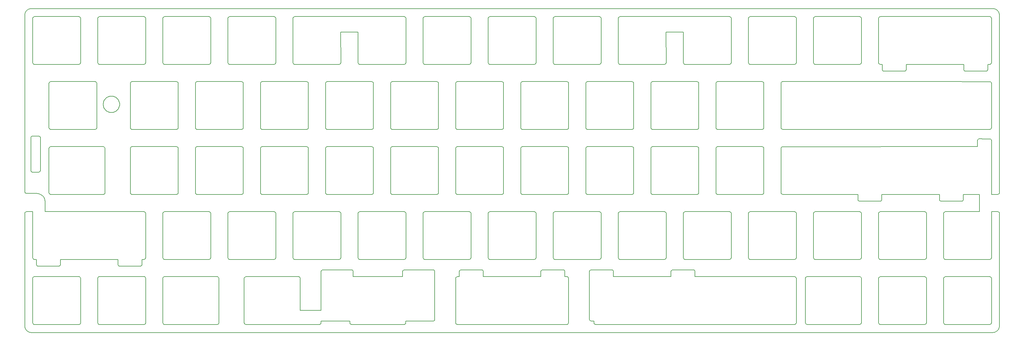
<source format=gm1>
%TF.GenerationSoftware,KiCad,Pcbnew,(5.1.10-1-10_14)*%
%TF.CreationDate,2021-07-20T05:29:09+09:00*%
%TF.ProjectId,keyplate,6b657970-6c61-4746-952e-6b696361645f,rev?*%
%TF.SameCoordinates,Original*%
%TF.FileFunction,Profile,NP*%
%FSLAX46Y46*%
G04 Gerber Fmt 4.6, Leading zero omitted, Abs format (unit mm)*
G04 Created by KiCad (PCBNEW (5.1.10-1-10_14)) date 2021-07-20 05:29:09*
%MOMM*%
%LPD*%
G01*
G04 APERTURE LIST*
%TA.AperFunction,Profile*%
%ADD10C,0.200000*%
%TD*%
G04 APERTURE END LIST*
D10*
X104228405Y-107694957D02*
X82687854Y-107699188D01*
X303302879Y-75193265D02*
X303302879Y-108068189D01*
X300974905Y-74654577D02*
X302764197Y-74654577D01*
X302775824Y-69599283D02*
X300974905Y-69599283D01*
X303302879Y-17141712D02*
X303302879Y-69071883D01*
X239846791Y-55609566D02*
X239631384Y-55658744D01*
X239631384Y-55658744D02*
X239463455Y-55790587D01*
X239463455Y-55790587D02*
X239365703Y-55982445D01*
X239365703Y-55982445D02*
X239350074Y-56106627D01*
X296871397Y-55604980D02*
X239846791Y-55609566D01*
X205705032Y-21998745D02*
X210753269Y-21998745D01*
X205723377Y-30998789D02*
X205705032Y-21998745D01*
X205223151Y-31498673D02*
X205439224Y-31449042D01*
X205439224Y-31449042D02*
X205608560Y-31315942D01*
X205608560Y-31315942D02*
X205707515Y-31123059D01*
X205707515Y-31123059D02*
X205723377Y-30998789D01*
X192223309Y-31498673D02*
X205223151Y-31498673D01*
X191723427Y-30998789D02*
X191773058Y-31214650D01*
X191773058Y-31214650D02*
X191906159Y-31383887D01*
X191906159Y-31383887D02*
X192099040Y-31482813D01*
X192099040Y-31482813D02*
X192223309Y-31498673D01*
X191723427Y-17998607D02*
X191723427Y-30998789D01*
X192223309Y-17498722D02*
X192007451Y-17548352D01*
X192007451Y-17548352D02*
X191838214Y-17681452D01*
X191838214Y-17681452D02*
X191739286Y-17874335D01*
X191739286Y-17874335D02*
X191723427Y-17998607D01*
X224273103Y-17498722D02*
X192223309Y-17498722D01*
X224773330Y-17998607D02*
X224723691Y-17782745D01*
X224723691Y-17782745D02*
X224590536Y-17613508D01*
X224590536Y-17613508D02*
X224397508Y-17514581D01*
X224397508Y-17514581D02*
X224273103Y-17498722D01*
X224773330Y-30998789D02*
X224773330Y-17998607D01*
X224273103Y-31498673D02*
X224489177Y-31449042D01*
X224489177Y-31449042D02*
X224658513Y-31315942D01*
X224658513Y-31315942D02*
X224757468Y-31123059D01*
X224757468Y-31123059D02*
X224773330Y-30998789D01*
X211273262Y-31498673D02*
X224273103Y-31498673D01*
X210773380Y-30998789D02*
X210823011Y-31214650D01*
X210823011Y-31214650D02*
X210956111Y-31383887D01*
X210956111Y-31383887D02*
X211148993Y-31482813D01*
X211148993Y-31482813D02*
X211273262Y-31498673D01*
X210753269Y-21998745D02*
X210773380Y-30998789D01*
X262375118Y-31499380D02*
X262590975Y-31449741D01*
X262590975Y-31449741D02*
X262760212Y-31316585D01*
X262760212Y-31316585D02*
X262859140Y-31123553D01*
X262859140Y-31123553D02*
X262875000Y-30999141D01*
X249374932Y-31499380D02*
X262375118Y-31499380D01*
X248875050Y-30999141D02*
X248924681Y-31215224D01*
X248924681Y-31215224D02*
X249057781Y-31384563D01*
X249057781Y-31384563D02*
X249250663Y-31483519D01*
X249250663Y-31483519D02*
X249374932Y-31499380D01*
X248875050Y-17999313D02*
X248875050Y-30999141D01*
X249374932Y-17499076D02*
X249159074Y-17548714D01*
X249159074Y-17548714D02*
X248989837Y-17681868D01*
X248989837Y-17681868D02*
X248890909Y-17874901D01*
X248890909Y-17874901D02*
X248875050Y-17999313D01*
X262375118Y-17499076D02*
X249374932Y-17499076D01*
X262875000Y-17999313D02*
X262825368Y-17783229D01*
X262825368Y-17783229D02*
X262692268Y-17613891D01*
X262692268Y-17613891D02*
X262499386Y-17514936D01*
X262499386Y-17514936D02*
X262375118Y-17499076D01*
X262875000Y-30999141D02*
X262875000Y-17999313D01*
X71875594Y-31499380D02*
X72091453Y-31449741D01*
X72091453Y-31449741D02*
X72260690Y-31316585D01*
X72260690Y-31316585D02*
X72359616Y-31123553D01*
X72359616Y-31123553D02*
X72375476Y-30999141D01*
X58875414Y-31499380D02*
X71875594Y-31499380D01*
X58375526Y-30999141D02*
X58425156Y-31215224D01*
X58425156Y-31215224D02*
X58558256Y-31384563D01*
X58558256Y-31384563D02*
X58751141Y-31483519D01*
X58751141Y-31483519D02*
X58875414Y-31499380D01*
X58375526Y-17999313D02*
X58375526Y-30999141D01*
X58875414Y-17499076D02*
X58659550Y-17548714D01*
X58659550Y-17548714D02*
X58490312Y-17681868D01*
X58490312Y-17681868D02*
X58391385Y-17874901D01*
X58391385Y-17874901D02*
X58375526Y-17999313D01*
X71875594Y-17499076D02*
X58875414Y-17499076D01*
X72375476Y-17999313D02*
X72325845Y-17783229D01*
X72325845Y-17783229D02*
X72192746Y-17613891D01*
X72192746Y-17613891D02*
X71999864Y-17514936D01*
X71999864Y-17514936D02*
X71875594Y-17499076D01*
X72375476Y-30999141D02*
X72375476Y-17999313D01*
X148075404Y-31499380D02*
X148291266Y-31449741D01*
X148291266Y-31449741D02*
X148460501Y-31316585D01*
X148460501Y-31316585D02*
X148559426Y-31123553D01*
X148559426Y-31123553D02*
X148575286Y-30999141D01*
X135075218Y-31499380D02*
X148075404Y-31499380D01*
X134575336Y-30999141D02*
X134624967Y-31215224D01*
X134624967Y-31215224D02*
X134758067Y-31384563D01*
X134758067Y-31384563D02*
X134950949Y-31483519D01*
X134950949Y-31483519D02*
X135075218Y-31499380D01*
X134575336Y-17999313D02*
X134575336Y-30999141D01*
X135075218Y-17499076D02*
X134859360Y-17548714D01*
X134859360Y-17548714D02*
X134690123Y-17681868D01*
X134690123Y-17681868D02*
X134591195Y-17874901D01*
X134591195Y-17874901D02*
X134575336Y-17999313D01*
X148075404Y-17499076D02*
X135075218Y-17499076D01*
X148575286Y-17999313D02*
X148525656Y-17783229D01*
X148525656Y-17783229D02*
X148392558Y-17613891D01*
X148392558Y-17613891D02*
X148199675Y-17514936D01*
X148199675Y-17514936D02*
X148075404Y-17499076D01*
X148575286Y-30999141D02*
X148575286Y-17999313D01*
X186175309Y-31499380D02*
X186391171Y-31449741D01*
X186391171Y-31449741D02*
X186560406Y-31316585D01*
X186560406Y-31316585D02*
X186659331Y-31123553D01*
X186659331Y-31123553D02*
X186675191Y-30999141D01*
X173175122Y-31499380D02*
X186175309Y-31499380D01*
X172675240Y-30999141D02*
X172724871Y-31215224D01*
X172724871Y-31215224D02*
X172857972Y-31384563D01*
X172857972Y-31384563D02*
X173050853Y-31483519D01*
X173050853Y-31483519D02*
X173175122Y-31499380D01*
X172675240Y-17999313D02*
X172675240Y-30999141D01*
X173175122Y-17499076D02*
X172959264Y-17548714D01*
X172959264Y-17548714D02*
X172790027Y-17681868D01*
X172790027Y-17681868D02*
X172691099Y-17874901D01*
X172691099Y-17874901D02*
X172675240Y-17999313D01*
X186175309Y-17499076D02*
X173175122Y-17499076D01*
X186675191Y-17999313D02*
X186625561Y-17783229D01*
X186625561Y-17783229D02*
X186492463Y-17613891D01*
X186492463Y-17613891D02*
X186299580Y-17514936D01*
X186299580Y-17514936D02*
X186175309Y-17499076D01*
X186675191Y-30999141D02*
X186675191Y-17999313D01*
X167125356Y-31499380D02*
X167341218Y-31449741D01*
X167341218Y-31449741D02*
X167510454Y-31316585D01*
X167510454Y-31316585D02*
X167609378Y-31123553D01*
X167609378Y-31123553D02*
X167625238Y-30999141D01*
X154125170Y-31499380D02*
X167125356Y-31499380D01*
X153625288Y-30999141D02*
X153674919Y-31215224D01*
X153674919Y-31215224D02*
X153808019Y-31384563D01*
X153808019Y-31384563D02*
X154000901Y-31483519D01*
X154000901Y-31483519D02*
X154125170Y-31499380D01*
X153625288Y-17999313D02*
X153625288Y-30999141D01*
X154125170Y-17499076D02*
X153909312Y-17548714D01*
X153909312Y-17548714D02*
X153740075Y-17681868D01*
X153740075Y-17681868D02*
X153641147Y-17874901D01*
X153641147Y-17874901D02*
X153625288Y-17999313D01*
X167125356Y-17499076D02*
X154125170Y-17499076D01*
X167625238Y-17999313D02*
X167575608Y-17783229D01*
X167575608Y-17783229D02*
X167442510Y-17613891D01*
X167442510Y-17613891D02*
X167249628Y-17514936D01*
X167249628Y-17514936D02*
X167125356Y-17499076D01*
X167625238Y-30999141D02*
X167625238Y-17999313D01*
X110457036Y-21999450D02*
X115505273Y-21999450D01*
X110475381Y-30999141D02*
X110457036Y-21999450D01*
X109975499Y-31499380D02*
X110191361Y-31449741D01*
X110191361Y-31449741D02*
X110360597Y-31316585D01*
X110360597Y-31316585D02*
X110459521Y-31123553D01*
X110459521Y-31123553D02*
X110475381Y-30999141D01*
X96975318Y-31499380D02*
X109975499Y-31499380D01*
X96475431Y-30999141D02*
X96525061Y-31215224D01*
X96525061Y-31215224D02*
X96658161Y-31384563D01*
X96658161Y-31384563D02*
X96851045Y-31483519D01*
X96851045Y-31483519D02*
X96975318Y-31499380D01*
X96475431Y-17999313D02*
X96475431Y-30999141D01*
X96975318Y-17499076D02*
X96759454Y-17548714D01*
X96759454Y-17548714D02*
X96590217Y-17681868D01*
X96590217Y-17681868D02*
X96491290Y-17874901D01*
X96491290Y-17874901D02*
X96475431Y-17999313D01*
X129025451Y-17499076D02*
X96975318Y-17499076D01*
X129525334Y-17999313D02*
X129475704Y-17783229D01*
X129475704Y-17783229D02*
X129342606Y-17613891D01*
X129342606Y-17613891D02*
X129149723Y-17514936D01*
X129149723Y-17514936D02*
X129025451Y-17499076D01*
X129525334Y-30999141D02*
X129525334Y-17999313D01*
X129025451Y-31499380D02*
X129241313Y-31449741D01*
X129241313Y-31449741D02*
X129410549Y-31316585D01*
X129410549Y-31316585D02*
X129509474Y-31123553D01*
X129509474Y-31123553D02*
X129525334Y-30999141D01*
X116025265Y-31499380D02*
X129025451Y-31499380D01*
X115525383Y-30999141D02*
X115575014Y-31215224D01*
X115575014Y-31215224D02*
X115708115Y-31384563D01*
X115708115Y-31384563D02*
X115900996Y-31483519D01*
X115900996Y-31483519D02*
X116025265Y-31499380D01*
X115505273Y-21999450D02*
X115525383Y-30999141D01*
X243325166Y-31499380D02*
X243541023Y-31449741D01*
X243541023Y-31449741D02*
X243710260Y-31316585D01*
X243710260Y-31316585D02*
X243809188Y-31123553D01*
X243809188Y-31123553D02*
X243825048Y-30999141D01*
X230324980Y-31499380D02*
X243325166Y-31499380D01*
X229825098Y-30999141D02*
X229874729Y-31215224D01*
X229874729Y-31215224D02*
X230007829Y-31384563D01*
X230007829Y-31384563D02*
X230200711Y-31483519D01*
X230200711Y-31483519D02*
X230324980Y-31499380D01*
X229825098Y-17999313D02*
X229825098Y-30999141D01*
X230324980Y-17499076D02*
X230109122Y-17548714D01*
X230109122Y-17548714D02*
X229939885Y-17681868D01*
X229939885Y-17681868D02*
X229840957Y-17874901D01*
X229840957Y-17874901D02*
X229825098Y-17999313D01*
X243325166Y-17499076D02*
X230324980Y-17499076D01*
X182700099Y-36549028D02*
X182484241Y-36598666D01*
X182484241Y-36598666D02*
X182315004Y-36731820D01*
X182315004Y-36731820D02*
X182216076Y-36924853D01*
X182216076Y-36924853D02*
X182200217Y-37049265D01*
X195700285Y-36549028D02*
X182700099Y-36549028D01*
X196200167Y-37049265D02*
X196150535Y-36833181D01*
X196150535Y-36833181D02*
X196017434Y-36663843D01*
X196017434Y-36663843D02*
X195824553Y-36564888D01*
X195824553Y-36564888D02*
X195700285Y-36549028D01*
X196200167Y-50049093D02*
X196200167Y-37049265D01*
X119500475Y-50549331D02*
X119716337Y-50499692D01*
X119716337Y-50499692D02*
X119885573Y-50366537D01*
X119885573Y-50366537D02*
X119984497Y-50173505D01*
X119984497Y-50173505D02*
X120000357Y-50049093D01*
X106500289Y-50549331D02*
X119500475Y-50549331D01*
X106000407Y-50049093D02*
X106050038Y-50265176D01*
X106050038Y-50265176D02*
X106183138Y-50434515D01*
X106183138Y-50434515D02*
X106376020Y-50533470D01*
X106376020Y-50533470D02*
X106500289Y-50549331D01*
X106000407Y-37049265D02*
X106000407Y-50049093D01*
X106500289Y-36549028D02*
X106284431Y-36598666D01*
X106284431Y-36598666D02*
X106115194Y-36731820D01*
X106115194Y-36731820D02*
X106016266Y-36924853D01*
X106016266Y-36924853D02*
X106000407Y-37049265D01*
X119500475Y-36549028D02*
X106500289Y-36549028D01*
X120000357Y-37049265D02*
X119950727Y-36833181D01*
X119950727Y-36833181D02*
X119817629Y-36663843D01*
X119817629Y-36663843D02*
X119624747Y-36564888D01*
X119624747Y-36564888D02*
X119500475Y-36549028D01*
X120000357Y-50049093D02*
X120000357Y-37049265D01*
X39038060Y-37049265D02*
X38988429Y-36833181D01*
X38988429Y-36833181D02*
X38855329Y-36663843D01*
X38855329Y-36663843D02*
X38662446Y-36564888D01*
X38662446Y-36564888D02*
X38538175Y-36549028D01*
X39038060Y-50049093D02*
X39038060Y-37049265D01*
X38538175Y-50549331D02*
X38754036Y-50499692D01*
X38754036Y-50499692D02*
X38923273Y-50366537D01*
X38923273Y-50366537D02*
X39022200Y-50173505D01*
X39022200Y-50173505D02*
X39038060Y-50049093D01*
X139050310Y-37049265D02*
X139000680Y-36833181D01*
X139000680Y-36833181D02*
X138867582Y-36663843D01*
X138867582Y-36663843D02*
X138674699Y-36564888D01*
X138674699Y-36564888D02*
X138550428Y-36549028D01*
X139050310Y-50049093D02*
X139050310Y-37049265D01*
X176650332Y-50549331D02*
X176866194Y-50499692D01*
X176866194Y-50499692D02*
X177035430Y-50366537D01*
X177035430Y-50366537D02*
X177134354Y-50173505D01*
X177134354Y-50173505D02*
X177150214Y-50049093D01*
X163650146Y-50549331D02*
X176650332Y-50549331D01*
X163150264Y-50049093D02*
X163199895Y-50265176D01*
X163199895Y-50265176D02*
X163332996Y-50434515D01*
X163332996Y-50434515D02*
X163525877Y-50533470D01*
X163525877Y-50533470D02*
X163650146Y-50549331D01*
X163150264Y-37049265D02*
X163150264Y-50049093D01*
X163650146Y-36549028D02*
X163434288Y-36598666D01*
X163434288Y-36598666D02*
X163265051Y-36731820D01*
X163265051Y-36731820D02*
X163166123Y-36924853D01*
X163166123Y-36924853D02*
X163150264Y-37049265D01*
X176650332Y-36549028D02*
X163650146Y-36549028D01*
X177150214Y-37049265D02*
X177100584Y-36833181D01*
X177100584Y-36833181D02*
X176967486Y-36663843D01*
X176967486Y-36663843D02*
X176774604Y-36564888D01*
X176774604Y-36564888D02*
X176650332Y-36549028D01*
X177150214Y-50049093D02*
X177150214Y-37049265D01*
X239350074Y-37051381D02*
X239350074Y-37272615D01*
X239350074Y-37272615D02*
X239350074Y-37529153D01*
X239350074Y-37529153D02*
X239350074Y-37818651D01*
X239350074Y-37818651D02*
X239350074Y-38138767D01*
X239350074Y-38138767D02*
X239350074Y-38487159D01*
X239350074Y-38487159D02*
X239350074Y-38861485D01*
X239350074Y-38861485D02*
X239350074Y-39259401D01*
X239350074Y-39259401D02*
X239350074Y-39678566D01*
X239350074Y-39678566D02*
X239350074Y-40116637D01*
X239350074Y-40116637D02*
X239350074Y-40571272D01*
X239350074Y-40571272D02*
X239350074Y-41040129D01*
X239350074Y-41040129D02*
X239350074Y-41520865D01*
X239350074Y-41520865D02*
X239350074Y-42011138D01*
X239350074Y-42011138D02*
X239350074Y-42508605D01*
X239350074Y-42508605D02*
X239350074Y-43010925D01*
X239350074Y-43010925D02*
X239350074Y-43515754D01*
X239350074Y-43515754D02*
X239350074Y-44020751D01*
X239350074Y-44020751D02*
X239350074Y-44523572D01*
X239350074Y-44523572D02*
X239350074Y-45021877D01*
X239350074Y-45021877D02*
X239350074Y-45513322D01*
X239350074Y-45513322D02*
X239350074Y-45995564D01*
X239350074Y-45995564D02*
X239350074Y-46466263D01*
X239350074Y-46466263D02*
X239350074Y-46923075D01*
X239350074Y-46923075D02*
X239350074Y-47363657D01*
X239350074Y-47363657D02*
X239350074Y-47785668D01*
X239350074Y-47785668D02*
X239350074Y-48186766D01*
X239350074Y-48186766D02*
X239350074Y-48564607D01*
X239350074Y-48564607D02*
X239350074Y-48916850D01*
X239350074Y-48916850D02*
X239350074Y-49241152D01*
X239350074Y-49241152D02*
X239350074Y-49535170D01*
X239350074Y-49535170D02*
X239350074Y-49796563D01*
X239350074Y-49796563D02*
X239350074Y-50022989D01*
X239495413Y-36700017D02*
X239383328Y-36872538D01*
X239383328Y-36872538D02*
X239350074Y-37051381D01*
X239846791Y-36554672D02*
X239645671Y-36597185D01*
X239645671Y-36597185D02*
X239495413Y-36700017D01*
X300447505Y-36559611D02*
X299791178Y-36559566D01*
X299791178Y-36559566D02*
X298894409Y-36559501D01*
X298894409Y-36559501D02*
X297773260Y-36559415D01*
X297773260Y-36559415D02*
X296443789Y-36559311D01*
X296443789Y-36559311D02*
X294922059Y-36559190D01*
X294922059Y-36559190D02*
X293224129Y-36559054D01*
X293224129Y-36559054D02*
X291366060Y-36558903D01*
X291366060Y-36558903D02*
X289363914Y-36558740D01*
X289363914Y-36558740D02*
X287233750Y-36558565D01*
X287233750Y-36558565D02*
X284991630Y-36558380D01*
X284991630Y-36558380D02*
X282653614Y-36558186D01*
X282653614Y-36558186D02*
X280235763Y-36557986D01*
X280235763Y-36557986D02*
X277754137Y-36557780D01*
X277754137Y-36557780D02*
X275224797Y-36557569D01*
X275224797Y-36557569D02*
X272663804Y-36557356D01*
X272663804Y-36557356D02*
X270087219Y-36557141D01*
X270087219Y-36557141D02*
X267511102Y-36556926D01*
X267511102Y-36556926D02*
X264951514Y-36556713D01*
X264951514Y-36556713D02*
X262424515Y-36556502D01*
X262424515Y-36556502D02*
X259946166Y-36556296D01*
X259946166Y-36556296D02*
X257532529Y-36556096D01*
X257532529Y-36556096D02*
X255199663Y-36555902D01*
X255199663Y-36555902D02*
X252963629Y-36555717D01*
X252963629Y-36555717D02*
X250840488Y-36555543D01*
X250840488Y-36555543D02*
X248846301Y-36555379D01*
X248846301Y-36555379D02*
X246997129Y-36555228D01*
X246997129Y-36555228D02*
X245309031Y-36555092D01*
X245309031Y-36555092D02*
X243798069Y-36554971D01*
X243798069Y-36554971D02*
X242480303Y-36554867D01*
X242480303Y-36554867D02*
X241371794Y-36554781D01*
X241371794Y-36554781D02*
X240488603Y-36554716D01*
X240488603Y-36554716D02*
X239846791Y-36554672D01*
X300974905Y-37087366D02*
X300933475Y-36882021D01*
X300933475Y-36882021D02*
X300820476Y-36714347D01*
X300820476Y-36714347D02*
X300652841Y-36601243D01*
X300652841Y-36601243D02*
X300447505Y-36559611D01*
X220300121Y-50049093D02*
X220349752Y-50265176D01*
X220349752Y-50265176D02*
X220482853Y-50434515D01*
X220482853Y-50434515D02*
X220675734Y-50533470D01*
X220675734Y-50533470D02*
X220800003Y-50549331D01*
X220300121Y-37049265D02*
X220300121Y-50049093D01*
X220800003Y-36549028D02*
X220584145Y-36598666D01*
X220584145Y-36598666D02*
X220414908Y-36731820D01*
X220414908Y-36731820D02*
X220315980Y-36924853D01*
X220315980Y-36924853D02*
X220300121Y-37049265D01*
X233800189Y-36549028D02*
X220800003Y-36549028D01*
X234300072Y-37049265D02*
X234250440Y-36833181D01*
X234250440Y-36833181D02*
X234117339Y-36663843D01*
X234117339Y-36663843D02*
X233924457Y-36564888D01*
X233924457Y-36564888D02*
X233800189Y-36549028D01*
X234300072Y-50049093D02*
X234300072Y-37049265D01*
X48850550Y-50049093D02*
X48900180Y-50265176D01*
X48900180Y-50265176D02*
X49033280Y-50434515D01*
X49033280Y-50434515D02*
X49226163Y-50533470D01*
X49226163Y-50533470D02*
X49350435Y-50549331D01*
X48850550Y-37049265D02*
X48850550Y-50049093D01*
X49350435Y-36549028D02*
X49134573Y-36598666D01*
X49134573Y-36598666D02*
X48965336Y-36731820D01*
X48965336Y-36731820D02*
X48866409Y-36924853D01*
X48866409Y-36924853D02*
X48850550Y-37049265D01*
X62350618Y-36549028D02*
X49350435Y-36549028D01*
X62850500Y-37049265D02*
X62800869Y-36833181D01*
X62800869Y-36833181D02*
X62667770Y-36663843D01*
X62667770Y-36663843D02*
X62474888Y-36564888D01*
X62474888Y-36564888D02*
X62350618Y-36549028D01*
X62850500Y-50049093D02*
X62850500Y-37049265D01*
X20275621Y-30999141D02*
X20325251Y-31215224D01*
X20325251Y-31215224D02*
X20458351Y-31384563D01*
X20458351Y-31384563D02*
X20651234Y-31483519D01*
X20651234Y-31483519D02*
X20775506Y-31499380D01*
X20275621Y-17999313D02*
X20275621Y-30999141D01*
X20775506Y-17499076D02*
X20559644Y-17548714D01*
X20559644Y-17548714D02*
X20390407Y-17681868D01*
X20390407Y-17681868D02*
X20291480Y-17874901D01*
X20291480Y-17874901D02*
X20275621Y-17999313D01*
X33775688Y-17499076D02*
X20775506Y-17499076D01*
X34275573Y-17999313D02*
X34225942Y-17783229D01*
X34225942Y-17783229D02*
X34092842Y-17613891D01*
X34092842Y-17613891D02*
X33899959Y-17514936D01*
X33899959Y-17514936D02*
X33775688Y-17499076D01*
X158100262Y-37049265D02*
X158050632Y-36833181D01*
X158050632Y-36833181D02*
X157917534Y-36663843D01*
X157917534Y-36663843D02*
X157724651Y-36564888D01*
X157724651Y-36564888D02*
X157600380Y-36549028D01*
X158100262Y-50049093D02*
X158100262Y-37049265D01*
X138550428Y-50549331D02*
X138766290Y-50499692D01*
X138766290Y-50499692D02*
X138935525Y-50366537D01*
X138935525Y-50366537D02*
X139034450Y-50173505D01*
X139034450Y-50173505D02*
X139050310Y-50049093D01*
X62350618Y-50549331D02*
X62566477Y-50499692D01*
X62566477Y-50499692D02*
X62735714Y-50366537D01*
X62735714Y-50366537D02*
X62834640Y-50173505D01*
X62834640Y-50173505D02*
X62850500Y-50049093D01*
X49350435Y-50549331D02*
X62350618Y-50549331D01*
X157600380Y-50549331D02*
X157816242Y-50499692D01*
X157816242Y-50499692D02*
X157985477Y-50366537D01*
X157985477Y-50366537D02*
X158084402Y-50173505D01*
X158084402Y-50173505D02*
X158100262Y-50049093D01*
X144600194Y-50549331D02*
X157600380Y-50549331D01*
X144100312Y-50049093D02*
X144149943Y-50265176D01*
X144149943Y-50265176D02*
X144283043Y-50434515D01*
X144283043Y-50434515D02*
X144475925Y-50533470D01*
X144475925Y-50533470D02*
X144600194Y-50549331D01*
X34275573Y-30999141D02*
X34275573Y-17999313D01*
X90925547Y-31499380D02*
X91141406Y-31449741D01*
X91141406Y-31449741D02*
X91310643Y-31316585D01*
X91310643Y-31316585D02*
X91409569Y-31123553D01*
X91409569Y-31123553D02*
X91425429Y-30999141D01*
X77925366Y-31499380D02*
X90925547Y-31499380D01*
X77425479Y-30999141D02*
X77475109Y-31215224D01*
X77475109Y-31215224D02*
X77608209Y-31384563D01*
X77608209Y-31384563D02*
X77801093Y-31483519D01*
X77801093Y-31483519D02*
X77925366Y-31499380D01*
X239876418Y-50549331D02*
X240530316Y-50549331D01*
X240530316Y-50549331D02*
X241423578Y-50549331D01*
X241423578Y-50549331D02*
X242540260Y-50549331D01*
X242540260Y-50549331D02*
X243864415Y-50549331D01*
X243864415Y-50549331D02*
X245380099Y-50549331D01*
X245380099Y-50549331D02*
X247071364Y-50549331D01*
X247071364Y-50549331D02*
X248922268Y-50549331D01*
X248922268Y-50549331D02*
X250916863Y-50549331D01*
X250916863Y-50549331D02*
X253039204Y-50549331D01*
X253039204Y-50549331D02*
X255273346Y-50549331D01*
X255273346Y-50549331D02*
X257603344Y-50549331D01*
X257603344Y-50549331D02*
X260013252Y-50549331D01*
X260013252Y-50549331D02*
X262487125Y-50549331D01*
X262487125Y-50549331D02*
X265009017Y-50549331D01*
X265009017Y-50549331D02*
X267562982Y-50549331D01*
X267562982Y-50549331D02*
X270133076Y-50549331D01*
X270133076Y-50549331D02*
X272703353Y-50549331D01*
X272703353Y-50549331D02*
X275257868Y-50549331D01*
X275257868Y-50549331D02*
X277780674Y-50549331D01*
X277780674Y-50549331D02*
X280255827Y-50549331D01*
X280255827Y-50549331D02*
X282667382Y-50549331D01*
X282667382Y-50549331D02*
X284999392Y-50549331D01*
X284999392Y-50549331D02*
X287235912Y-50549331D01*
X287235912Y-50549331D02*
X289360998Y-50549331D01*
X289360998Y-50549331D02*
X291358703Y-50549331D01*
X291358703Y-50549331D02*
X293213082Y-50549331D01*
X293213082Y-50549331D02*
X294908189Y-50549331D01*
X294908189Y-50549331D02*
X296428080Y-50549331D01*
X296428080Y-50549331D02*
X297756809Y-50549331D01*
X297756809Y-50549331D02*
X298878429Y-50549331D01*
X298878429Y-50549331D02*
X299776997Y-50549331D01*
X299776997Y-50549331D02*
X300436567Y-50549331D01*
X239350074Y-50022989D02*
X239391438Y-50227863D01*
X239391438Y-50227863D02*
X239504241Y-50395167D01*
X239504241Y-50395167D02*
X239671546Y-50507967D01*
X239671546Y-50507967D02*
X239876418Y-50549331D01*
X22500586Y-62579375D02*
X22500586Y-62198014D01*
X22500586Y-62198014D02*
X22500586Y-61973970D01*
X22500586Y-61973970D02*
X22500586Y-61729751D01*
X22500586Y-61729751D02*
X22500586Y-61466910D01*
X22500586Y-61466910D02*
X22500586Y-61186999D01*
X22500586Y-61186999D02*
X22500586Y-60891570D01*
X22500586Y-60891570D02*
X22500586Y-60582174D01*
X22500586Y-60582174D02*
X22500586Y-60260363D01*
X22500586Y-60260363D02*
X22500586Y-59927689D01*
X22500586Y-59927689D02*
X22500586Y-59585705D01*
X22500586Y-59585705D02*
X22500586Y-59235961D01*
X22500586Y-59235961D02*
X22500586Y-58880010D01*
X22500586Y-58880010D02*
X22500586Y-58519403D01*
X22500586Y-58519403D02*
X22500586Y-58155692D01*
X22500586Y-58155692D02*
X22500586Y-57790430D01*
X22500586Y-57790430D02*
X22500586Y-57425168D01*
X22500586Y-57425168D02*
X22500586Y-57061457D01*
X22500586Y-57061457D02*
X22500586Y-56700850D01*
X22500586Y-56700850D02*
X22500586Y-56344899D01*
X22500586Y-56344899D02*
X22500586Y-55995155D01*
X22500586Y-55995155D02*
X22500586Y-55653170D01*
X22500586Y-55653170D02*
X22500586Y-55320497D01*
X22500586Y-55320497D02*
X22500586Y-54998686D01*
X22500586Y-54998686D02*
X22500586Y-54689290D01*
X22500586Y-54689290D02*
X22500586Y-54393860D01*
X22500586Y-54393860D02*
X22500586Y-54113949D01*
X22500586Y-54113949D02*
X22500586Y-53851108D01*
X22500586Y-53851108D02*
X22500586Y-53606889D01*
X22500586Y-53606889D02*
X22500586Y-53382844D01*
X22500586Y-53382844D02*
X22500586Y-53180525D01*
X22500586Y-53180525D02*
X22500586Y-53001484D01*
X22000701Y-63079263D02*
X22217485Y-63029932D01*
X22217485Y-63029932D02*
X22386483Y-62897263D01*
X22386483Y-62897263D02*
X22484857Y-62704234D01*
X22484857Y-62704234D02*
X22500586Y-62579375D01*
X20238227Y-63079263D02*
X20489696Y-63079263D01*
X20489696Y-63079263D02*
X20710585Y-63079263D01*
X20710585Y-63079263D02*
X20942298Y-63079263D01*
X20942298Y-63079263D02*
X21178648Y-63079263D01*
X21178648Y-63079263D02*
X21413453Y-63079263D01*
X21413453Y-63079263D02*
X21640526Y-63079263D01*
X21640526Y-63079263D02*
X21853684Y-63079263D01*
X21853684Y-63079263D02*
X22000701Y-63079263D01*
X81900453Y-50049093D02*
X81900453Y-37049265D01*
X195700285Y-50549331D02*
X195916142Y-50499692D01*
X195916142Y-50499692D02*
X196085379Y-50366537D01*
X196085379Y-50366537D02*
X196184307Y-50173505D01*
X196184307Y-50173505D02*
X196200167Y-50049093D01*
X182700099Y-50549331D02*
X195700285Y-50549331D01*
X182200217Y-50049093D02*
X182249848Y-50265176D01*
X182249848Y-50265176D02*
X182382948Y-50434515D01*
X182382948Y-50434515D02*
X182575830Y-50533470D01*
X182575830Y-50533470D02*
X182700099Y-50549331D01*
X182200217Y-37049265D02*
X182200217Y-50049093D01*
X300469381Y-17501898D02*
X300685238Y-17551528D01*
X300685238Y-17551528D02*
X300854476Y-17684628D01*
X300854476Y-17684628D02*
X300953404Y-17877511D01*
X300953404Y-17877511D02*
X300969264Y-18001782D01*
X45716126Y-43204869D02*
X45703723Y-42959674D01*
X45703723Y-42959674D02*
X45667321Y-42721520D01*
X45667321Y-42721520D02*
X45608133Y-42491618D01*
X45608133Y-42491618D02*
X45527368Y-42271179D01*
X45527368Y-42271179D02*
X45426239Y-42061414D01*
X45426239Y-42061414D02*
X45305957Y-41863534D01*
X45305957Y-41863534D02*
X45167733Y-41678752D01*
X45167733Y-41678752D02*
X45012778Y-41508278D01*
X45012778Y-41508278D02*
X44842303Y-41353322D01*
X44842303Y-41353322D02*
X44657521Y-41215098D01*
X44657521Y-41215098D02*
X44459641Y-41094816D01*
X44459641Y-41094816D02*
X44249876Y-40993687D01*
X44249876Y-40993687D02*
X44029437Y-40912922D01*
X44029437Y-40912922D02*
X43799535Y-40853734D01*
X43799535Y-40853734D02*
X43561381Y-40817332D01*
X43561381Y-40817332D02*
X43316187Y-40804930D01*
X43316187Y-45605163D02*
X43561381Y-45592759D01*
X43561381Y-45592759D02*
X43799535Y-45556357D01*
X43799535Y-45556357D02*
X44029437Y-45497167D01*
X44029437Y-45497167D02*
X44249876Y-45416400D01*
X44249876Y-45416400D02*
X44459641Y-45315265D01*
X44459641Y-45315265D02*
X44657521Y-45194975D01*
X44657521Y-45194975D02*
X44842303Y-45056740D01*
X44842303Y-45056740D02*
X45012778Y-44901770D01*
X45012778Y-44901770D02*
X45167733Y-44731277D01*
X45167733Y-44731277D02*
X45305957Y-44546471D01*
X45305957Y-44546471D02*
X45426239Y-44348563D01*
X45426239Y-44348563D02*
X45527368Y-44138763D01*
X45527368Y-44138763D02*
X45608133Y-43918284D01*
X45608133Y-43918284D02*
X45667321Y-43688334D01*
X45667321Y-43688334D02*
X45703723Y-43450125D01*
X45703723Y-43450125D02*
X45716126Y-43204869D01*
X25537994Y-50549331D02*
X38538175Y-50549331D01*
X25038109Y-50049093D02*
X25087739Y-50265176D01*
X25087739Y-50265176D02*
X25220839Y-50434515D01*
X25220839Y-50434515D02*
X25413722Y-50533470D01*
X25413722Y-50533470D02*
X25537994Y-50549331D01*
X25038109Y-37049265D02*
X25038109Y-50049093D01*
X25537994Y-36549028D02*
X25322132Y-36598666D01*
X25322132Y-36598666D02*
X25152895Y-36731820D01*
X25152895Y-36731820D02*
X25053968Y-36924853D01*
X25053968Y-36924853D02*
X25038109Y-37049265D01*
X38538175Y-36549028D02*
X25537994Y-36549028D01*
X214750237Y-50549331D02*
X214966094Y-50499692D01*
X214966094Y-50499692D02*
X215135331Y-50366537D01*
X215135331Y-50366537D02*
X215234259Y-50173505D01*
X215234259Y-50173505D02*
X215250119Y-50049093D01*
X201750051Y-50549331D02*
X214750237Y-50549331D01*
X201250169Y-50049093D02*
X201299800Y-50265176D01*
X201299800Y-50265176D02*
X201432900Y-50434515D01*
X201432900Y-50434515D02*
X201625782Y-50533470D01*
X201625782Y-50533470D02*
X201750051Y-50549331D01*
X201250169Y-37049265D02*
X201250169Y-50049093D01*
X201750051Y-36549028D02*
X201534193Y-36598666D01*
X201534193Y-36598666D02*
X201364956Y-36731820D01*
X201364956Y-36731820D02*
X201266028Y-36924853D01*
X201266028Y-36924853D02*
X201250169Y-37049265D01*
X214750237Y-36549028D02*
X201750051Y-36549028D01*
X215250119Y-37049265D02*
X215200487Y-36833181D01*
X215200487Y-36833181D02*
X215067387Y-36663843D01*
X215067387Y-36663843D02*
X214874505Y-36564888D01*
X214874505Y-36564888D02*
X214750237Y-36549028D01*
X215250119Y-50049093D02*
X215250119Y-37049265D01*
X233800189Y-50549331D02*
X234016046Y-50499692D01*
X234016046Y-50499692D02*
X234185284Y-50366537D01*
X234185284Y-50366537D02*
X234284212Y-50173505D01*
X234284212Y-50173505D02*
X234300072Y-50049093D01*
X220800003Y-50549331D02*
X233800189Y-50549331D01*
X125550242Y-50549331D02*
X138550428Y-50549331D01*
X125050359Y-50049093D02*
X125099990Y-50265176D01*
X125099990Y-50265176D02*
X125233091Y-50434515D01*
X125233091Y-50434515D02*
X125425973Y-50533470D01*
X125425973Y-50533470D02*
X125550242Y-50549331D01*
X125050359Y-37049265D02*
X125050359Y-50049093D01*
X125550242Y-36549028D02*
X125334384Y-36598666D01*
X125334384Y-36598666D02*
X125165146Y-36731820D01*
X125165146Y-36731820D02*
X125066218Y-36924853D01*
X125066218Y-36924853D02*
X125050359Y-37049265D01*
X138550428Y-36549028D02*
X125550242Y-36549028D01*
X269505802Y-33502446D02*
X269289714Y-33452807D01*
X269289714Y-33452807D02*
X269120372Y-33319653D01*
X269120372Y-33319653D02*
X269021415Y-33126620D01*
X269021415Y-33126620D02*
X269005554Y-33002209D01*
X275505830Y-33502446D02*
X269505802Y-33502446D01*
X276005712Y-33002209D02*
X275956143Y-33218292D01*
X275956143Y-33218292D02*
X275823132Y-33387630D01*
X275823132Y-33387630D02*
X275630220Y-33486585D01*
X275630220Y-33486585D02*
X275505830Y-33502446D01*
X276005712Y-31502202D02*
X276005712Y-33002209D01*
X292882202Y-31502202D02*
X276005712Y-31502202D01*
X292882202Y-33002209D02*
X292882202Y-31502202D01*
X293382084Y-33502446D02*
X293166226Y-33452807D01*
X293166226Y-33452807D02*
X292996989Y-33319653D01*
X292996989Y-33319653D02*
X292898061Y-33126620D01*
X292898061Y-33126620D02*
X292882202Y-33002209D01*
X299382112Y-33502446D02*
X293382084Y-33502446D01*
X299882360Y-33002209D02*
X299832720Y-33218292D01*
X299832720Y-33218292D02*
X299699563Y-33387630D01*
X299699563Y-33387630D02*
X299506526Y-33486585D01*
X299506526Y-33486585D02*
X299382112Y-33502446D01*
X299882360Y-31502202D02*
X299882360Y-33002209D01*
X300469381Y-31502202D02*
X299882360Y-31502202D01*
X300969264Y-31002317D02*
X300919632Y-31218178D01*
X300919632Y-31218178D02*
X300786531Y-31387415D01*
X300786531Y-31387415D02*
X300593649Y-31486342D01*
X300593649Y-31486342D02*
X300469381Y-31502202D01*
X300969264Y-18001782D02*
X300969264Y-31002317D01*
X144100312Y-37049265D02*
X144100312Y-50049093D01*
X144600194Y-36549028D02*
X144384336Y-36598666D01*
X144384336Y-36598666D02*
X144215099Y-36731820D01*
X144215099Y-36731820D02*
X144116171Y-36924853D01*
X144116171Y-36924853D02*
X144100312Y-37049265D01*
X157600380Y-36549028D02*
X144600194Y-36549028D01*
X40915893Y-43204869D02*
X40928296Y-43450125D01*
X40928296Y-43450125D02*
X40964698Y-43688334D01*
X40964698Y-43688334D02*
X41023888Y-43918284D01*
X41023888Y-43918284D02*
X41104655Y-44138763D01*
X41104655Y-44138763D02*
X41205790Y-44348563D01*
X41205790Y-44348563D02*
X41326080Y-44546471D01*
X41326080Y-44546471D02*
X41464315Y-44731277D01*
X41464315Y-44731277D02*
X41619285Y-44901770D01*
X41619285Y-44901770D02*
X41789778Y-45056740D01*
X41789778Y-45056740D02*
X41974584Y-45194975D01*
X41974584Y-45194975D02*
X42172492Y-45315265D01*
X42172492Y-45315265D02*
X42382292Y-45416400D01*
X42382292Y-45416400D02*
X42602771Y-45497167D01*
X42602771Y-45497167D02*
X42832721Y-45556357D01*
X42832721Y-45556357D02*
X43070930Y-45592759D01*
X43070930Y-45592759D02*
X43316187Y-45605163D01*
X43316187Y-40804930D02*
X43070930Y-40817332D01*
X43070930Y-40817332D02*
X42832721Y-40853734D01*
X42832721Y-40853734D02*
X42602771Y-40912922D01*
X42602771Y-40912922D02*
X42382292Y-40993687D01*
X42382292Y-40993687D02*
X42172492Y-41094816D01*
X42172492Y-41094816D02*
X41974584Y-41215098D01*
X41974584Y-41215098D02*
X41789778Y-41353322D01*
X41789778Y-41353322D02*
X41619285Y-41508278D01*
X41619285Y-41508278D02*
X41464315Y-41678752D01*
X41464315Y-41678752D02*
X41326080Y-41863534D01*
X41326080Y-41863534D02*
X41205790Y-42061414D01*
X41205790Y-42061414D02*
X41104655Y-42271179D01*
X41104655Y-42271179D02*
X41023888Y-42491618D01*
X41023888Y-42491618D02*
X40964698Y-42721520D01*
X40964698Y-42721520D02*
X40928296Y-42959674D01*
X40928296Y-42959674D02*
X40915893Y-43204869D01*
X77425479Y-17999313D02*
X77425479Y-30999141D01*
X77925366Y-17499076D02*
X77709502Y-17548714D01*
X77709502Y-17548714D02*
X77540264Y-17681868D01*
X77540264Y-17681868D02*
X77441338Y-17874901D01*
X77441338Y-17874901D02*
X77425479Y-17999313D01*
X90925547Y-17499076D02*
X77925366Y-17499076D01*
X91425429Y-17999313D02*
X91375798Y-17783229D01*
X91375798Y-17783229D02*
X91242699Y-17613891D01*
X91242699Y-17613891D02*
X91049817Y-17514936D01*
X91049817Y-17514936D02*
X90925547Y-17499076D01*
X91425429Y-30999141D02*
X91425429Y-17999313D01*
X268418899Y-17501898D02*
X300469381Y-17501898D01*
X267918650Y-18001782D02*
X267968289Y-17785920D01*
X267968289Y-17785920D02*
X268101447Y-17616683D01*
X268101447Y-17616683D02*
X268294484Y-17517757D01*
X268294484Y-17517757D02*
X268418899Y-17501898D01*
X267918650Y-31002317D02*
X267918650Y-18001782D01*
X268418899Y-31502202D02*
X268202811Y-31452571D01*
X268202811Y-31452571D02*
X268033468Y-31319471D01*
X268033468Y-31319471D02*
X267934511Y-31126588D01*
X267934511Y-31126588D02*
X267918650Y-31002317D01*
X269005554Y-31502202D02*
X268418899Y-31502202D01*
X269005554Y-33002209D02*
X269005554Y-31502202D01*
X243825048Y-17999313D02*
X243775416Y-17783229D01*
X243775416Y-17783229D02*
X243642315Y-17613891D01*
X243642315Y-17613891D02*
X243449434Y-17514936D01*
X243449434Y-17514936D02*
X243325166Y-17499076D01*
X243825048Y-30999141D02*
X243825048Y-17999313D01*
X39325574Y-30999141D02*
X39375204Y-31215224D01*
X39375204Y-31215224D02*
X39508304Y-31384563D01*
X39508304Y-31384563D02*
X39701187Y-31483519D01*
X39701187Y-31483519D02*
X39825459Y-31499380D01*
X33775688Y-31499380D02*
X33991549Y-31449741D01*
X33991549Y-31449741D02*
X34160786Y-31316585D01*
X34160786Y-31316585D02*
X34259713Y-31123553D01*
X34259713Y-31123553D02*
X34275573Y-30999141D01*
X20775506Y-31499380D02*
X33775688Y-31499380D01*
X300974905Y-50010640D02*
X300974905Y-49783765D01*
X300974905Y-49783765D02*
X300974905Y-49522516D01*
X300974905Y-49522516D02*
X300974905Y-49229186D01*
X300974905Y-49229186D02*
X300974905Y-48906072D01*
X300974905Y-48906072D02*
X300974905Y-48555469D01*
X300974905Y-48555469D02*
X300974905Y-48179674D01*
X300974905Y-48179674D02*
X300974905Y-47780982D01*
X300974905Y-47780982D02*
X300974905Y-47361689D01*
X300974905Y-47361689D02*
X300974905Y-46924090D01*
X300974905Y-46924090D02*
X300974905Y-46470482D01*
X300974905Y-46470482D02*
X300974905Y-46003160D01*
X300974905Y-46003160D02*
X300974905Y-45524420D01*
X300974905Y-45524420D02*
X300974905Y-45036559D01*
X300974905Y-45036559D02*
X300974905Y-44541870D01*
X300974905Y-44541870D02*
X300974905Y-44042651D01*
X300974905Y-44042651D02*
X300974905Y-43541198D01*
X300974905Y-43541198D02*
X300974905Y-43039805D01*
X300974905Y-43039805D02*
X300974905Y-42540769D01*
X300974905Y-42540769D02*
X300974905Y-42046385D01*
X300974905Y-42046385D02*
X300974905Y-41558950D01*
X300974905Y-41558950D02*
X300974905Y-41080759D01*
X300974905Y-41080759D02*
X300974905Y-40614108D01*
X300974905Y-40614108D02*
X300974905Y-40161293D01*
X300974905Y-40161293D02*
X300974905Y-39724609D01*
X300974905Y-39724609D02*
X300974905Y-39306352D01*
X300974905Y-39306352D02*
X300974905Y-38908819D01*
X300974905Y-38908819D02*
X300974905Y-38534304D01*
X300974905Y-38534304D02*
X300974905Y-38185104D01*
X300974905Y-38185104D02*
X300974905Y-37863514D01*
X300974905Y-37863514D02*
X300974905Y-37571831D01*
X300974905Y-37571831D02*
X300974905Y-37312349D01*
X300974905Y-37312349D02*
X300974905Y-37087366D01*
X300436567Y-50549331D02*
X300646146Y-50506981D01*
X300646146Y-50506981D02*
X300817259Y-50391507D01*
X300817259Y-50391507D02*
X300932611Y-50220272D01*
X300932611Y-50220272D02*
X300974905Y-50010640D01*
X100450523Y-50549331D02*
X100666382Y-50499692D01*
X100666382Y-50499692D02*
X100835619Y-50366537D01*
X100835619Y-50366537D02*
X100934545Y-50173505D01*
X100934545Y-50173505D02*
X100950405Y-50049093D01*
X87450342Y-50549331D02*
X100450523Y-50549331D01*
X86950455Y-50049093D02*
X87000085Y-50265176D01*
X87000085Y-50265176D02*
X87133185Y-50434515D01*
X87133185Y-50434515D02*
X87326069Y-50533470D01*
X87326069Y-50533470D02*
X87450342Y-50549331D01*
X86950455Y-37049265D02*
X86950455Y-50049093D01*
X87450342Y-36549028D02*
X87234478Y-36598666D01*
X87234478Y-36598666D02*
X87065241Y-36731820D01*
X87065241Y-36731820D02*
X86966314Y-36924853D01*
X86966314Y-36924853D02*
X86950455Y-37049265D01*
X100450523Y-36549028D02*
X87450342Y-36549028D01*
X100950405Y-37049265D02*
X100900774Y-36833181D01*
X100900774Y-36833181D02*
X100767675Y-36663843D01*
X100767675Y-36663843D02*
X100574793Y-36564888D01*
X100574793Y-36564888D02*
X100450523Y-36549028D01*
X100950405Y-50049093D02*
X100950405Y-37049265D01*
X81400570Y-50549331D02*
X81616430Y-50499692D01*
X81616430Y-50499692D02*
X81785667Y-50366537D01*
X81785667Y-50366537D02*
X81884593Y-50173505D01*
X81884593Y-50173505D02*
X81900453Y-50049093D01*
X68400390Y-50549331D02*
X81400570Y-50549331D01*
X67900502Y-50049093D02*
X67950132Y-50265176D01*
X67950132Y-50265176D02*
X68083232Y-50434515D01*
X68083232Y-50434515D02*
X68276117Y-50533470D01*
X68276117Y-50533470D02*
X68400390Y-50549331D01*
X67900502Y-37049265D02*
X67900502Y-50049093D01*
X68400390Y-36549028D02*
X68184526Y-36598666D01*
X68184526Y-36598666D02*
X68015288Y-36731820D01*
X68015288Y-36731820D02*
X67916361Y-36924853D01*
X67916361Y-36924853D02*
X67900502Y-37049265D01*
X81400570Y-36549028D02*
X68400390Y-36549028D01*
X81900453Y-37049265D02*
X81850822Y-36833181D01*
X81850822Y-36833181D02*
X81717723Y-36663843D01*
X81717723Y-36663843D02*
X81524840Y-36564888D01*
X81524840Y-36564888D02*
X81400570Y-36549028D01*
X39325574Y-17999313D02*
X39325574Y-30999141D01*
X39825459Y-17499076D02*
X39609597Y-17548714D01*
X39609597Y-17548714D02*
X39440360Y-17681868D01*
X39440360Y-17681868D02*
X39341433Y-17874901D01*
X39341433Y-17874901D02*
X39325574Y-17999313D01*
X52825639Y-17499076D02*
X39825459Y-17499076D01*
X53325524Y-17999313D02*
X53275893Y-17783229D01*
X53275893Y-17783229D02*
X53142793Y-17613891D01*
X53142793Y-17613891D02*
X52949910Y-17514936D01*
X52949910Y-17514936D02*
X52825639Y-17499076D01*
X53325524Y-30999141D02*
X53325524Y-17999313D01*
X52825639Y-31499380D02*
X53041500Y-31449741D01*
X53041500Y-31449741D02*
X53210737Y-31316585D01*
X53210737Y-31316585D02*
X53309664Y-31123553D01*
X53309664Y-31123553D02*
X53325524Y-30999141D01*
X39825459Y-31499380D02*
X52825639Y-31499380D01*
X53325524Y-94199120D02*
X53288519Y-93983036D01*
X53288519Y-93983036D02*
X53175097Y-93798794D01*
X53175097Y-93798794D02*
X52990255Y-93701484D01*
X52990255Y-93701484D02*
X52952287Y-93698882D01*
X53325524Y-107198951D02*
X53325524Y-94199120D01*
X186675191Y-75149167D02*
X186625561Y-74933083D01*
X186625561Y-74933083D02*
X186492463Y-74763745D01*
X186492463Y-74763745D02*
X186299580Y-74664790D01*
X186299580Y-74664790D02*
X186175309Y-74648930D01*
X172675240Y-75149167D02*
X172675240Y-88148998D01*
X173175122Y-74648930D02*
X172959264Y-74698568D01*
X172959264Y-74698568D02*
X172790027Y-74831722D01*
X172790027Y-74831722D02*
X172691099Y-75024755D01*
X172691099Y-75024755D02*
X172675240Y-75149167D01*
X186175309Y-74648930D02*
X173175122Y-74648930D01*
X262875000Y-75154464D02*
X262825368Y-74938448D01*
X262825368Y-74938448D02*
X262692268Y-74769250D01*
X262692268Y-74769250D02*
X262499386Y-74670414D01*
X262499386Y-74670414D02*
X262375118Y-74654577D01*
X262875000Y-88154290D02*
X262875000Y-75154464D01*
X281425070Y-88654527D02*
X281640927Y-88604888D01*
X281640927Y-88604888D02*
X281810165Y-88471734D01*
X281810165Y-88471734D02*
X281909093Y-88278701D01*
X281909093Y-88278701D02*
X281924953Y-88154290D01*
X20702834Y-107699188D02*
X33848359Y-107699188D01*
X20275621Y-107198951D02*
X20318038Y-107415036D01*
X20318038Y-107415036D02*
X20431792Y-107584374D01*
X20431792Y-107584374D02*
X20617223Y-107688950D01*
X20617223Y-107688950D02*
X20702834Y-107699188D01*
X20275621Y-94199120D02*
X20275621Y-107198951D01*
X39698459Y-93698882D02*
X39505693Y-93771724D01*
X39505693Y-93771724D02*
X39379866Y-93940533D01*
X39379866Y-93940533D02*
X39327513Y-94148272D01*
X39327513Y-94148272D02*
X39325574Y-94199120D01*
X39325574Y-107198951D02*
X39362570Y-107415036D01*
X39362570Y-107415036D02*
X39475925Y-107599277D01*
X39475925Y-107599277D02*
X39660552Y-107696585D01*
X39660552Y-107696585D02*
X39698459Y-107699188D01*
X39325574Y-94199120D02*
X39325574Y-107198951D01*
X154125170Y-88649236D02*
X167125356Y-88649236D01*
X58811911Y-93698882D02*
X58604556Y-93759623D01*
X58604556Y-93759623D02*
X58462653Y-93900598D01*
X58462653Y-93900598D02*
X58384452Y-94098825D01*
X58384452Y-94098825D02*
X58375526Y-94199120D01*
X74319986Y-93698882D02*
X58811911Y-93698882D01*
X247009557Y-107699188D02*
X247262195Y-107699188D01*
X247262195Y-107699188D02*
X247558774Y-107699188D01*
X247558774Y-107699188D02*
X247896364Y-107699188D01*
X247896364Y-107699188D02*
X248272038Y-107699188D01*
X248272038Y-107699188D02*
X248682864Y-107699188D01*
X248682864Y-107699188D02*
X249125914Y-107699188D01*
X249125914Y-107699188D02*
X249598258Y-107699188D01*
X249598258Y-107699188D02*
X250096968Y-107699188D01*
X250096968Y-107699188D02*
X250619113Y-107699188D01*
X250619113Y-107699188D02*
X251161764Y-107699188D01*
X251161764Y-107699188D02*
X251721993Y-107699188D01*
X251721993Y-107699188D02*
X252296869Y-107699188D01*
X252296869Y-107699188D02*
X252883464Y-107699188D01*
X252883464Y-107699188D02*
X253478848Y-107699188D01*
X253478848Y-107699188D02*
X254080091Y-107699188D01*
X254080091Y-107699188D02*
X254684265Y-107699188D01*
X254684265Y-107699188D02*
X255288440Y-107699188D01*
X255288440Y-107699188D02*
X255889687Y-107699188D01*
X255889687Y-107699188D02*
X256485076Y-107699188D01*
X256485076Y-107699188D02*
X257071678Y-107699188D01*
X257071678Y-107699188D02*
X257646564Y-107699188D01*
X257646564Y-107699188D02*
X258206805Y-107699188D01*
X258206805Y-107699188D02*
X258749470Y-107699188D01*
X258749470Y-107699188D02*
X259271632Y-107699188D01*
X259271632Y-107699188D02*
X259770359Y-107699188D01*
X259770359Y-107699188D02*
X260242724Y-107699188D01*
X260242724Y-107699188D02*
X260685796Y-107699188D01*
X260685796Y-107699188D02*
X261096647Y-107699188D01*
X261096647Y-107699188D02*
X261472347Y-107699188D01*
X261472347Y-107699188D02*
X261809967Y-107699188D01*
X261809967Y-107699188D02*
X262106577Y-107699188D01*
X262106577Y-107699188D02*
X262359249Y-107699188D01*
X268424884Y-88654527D02*
X281425070Y-88654527D01*
X267925002Y-88154290D02*
X267974633Y-88370373D01*
X267974633Y-88370373D02*
X268107734Y-88539711D01*
X268107734Y-88539711D02*
X268300615Y-88638666D01*
X268300615Y-88638666D02*
X268424884Y-88654527D01*
X267925002Y-75154464D02*
X267925002Y-88154290D01*
X268424884Y-74654577D02*
X268209026Y-74704147D01*
X268209026Y-74704147D02*
X268039789Y-74837162D01*
X268039789Y-74837162D02*
X267940861Y-75030075D01*
X267940861Y-75030075D02*
X267925002Y-75154464D01*
X281425070Y-74654577D02*
X268424884Y-74654577D01*
X281924953Y-75154464D02*
X281875321Y-74938448D01*
X281875321Y-74938448D02*
X281742220Y-74769250D01*
X281742220Y-74769250D02*
X281549338Y-74670414D01*
X281549338Y-74670414D02*
X281425070Y-74654577D01*
X281924953Y-88154290D02*
X281924953Y-75154464D01*
X300475023Y-107699188D02*
X300690880Y-107649550D01*
X300690880Y-107649550D02*
X300860117Y-107516397D01*
X300860117Y-107516397D02*
X300959045Y-107323364D01*
X300959045Y-107323364D02*
X300974905Y-107198951D01*
X287474837Y-107699188D02*
X300475023Y-107699188D01*
X286974955Y-107198951D02*
X287024586Y-107415036D01*
X287024586Y-107415036D02*
X287157686Y-107584374D01*
X287157686Y-107584374D02*
X287350568Y-107683327D01*
X287350568Y-107683327D02*
X287474837Y-107699188D01*
X286974955Y-94199120D02*
X286974955Y-107198951D01*
X287474837Y-93698882D02*
X287258979Y-93748520D01*
X287258979Y-93748520D02*
X287089742Y-93881675D01*
X287089742Y-93881675D02*
X286990814Y-94074707D01*
X286990814Y-94074707D02*
X286974955Y-94199120D01*
X300475023Y-93698882D02*
X287474837Y-93698882D01*
X300974905Y-94199120D02*
X300925273Y-93983036D01*
X300925273Y-93983036D02*
X300792172Y-93813697D01*
X300792172Y-93813697D02*
X300599291Y-93714742D01*
X300599291Y-93714742D02*
X300475023Y-93698882D01*
X300974905Y-107198951D02*
X300974905Y-94199120D01*
X281425070Y-107699188D02*
X281640927Y-107649550D01*
X281640927Y-107649550D02*
X281810165Y-107516397D01*
X281810165Y-107516397D02*
X281909093Y-107323364D01*
X281909093Y-107323364D02*
X281924953Y-107198951D01*
X268424884Y-107699188D02*
X281425070Y-107699188D01*
X267925002Y-107198951D02*
X267974633Y-107415036D01*
X267974633Y-107415036D02*
X268107734Y-107584374D01*
X268107734Y-107584374D02*
X268300615Y-107683327D01*
X268300615Y-107683327D02*
X268424884Y-107699188D01*
X267925002Y-94199120D02*
X267925002Y-107198951D01*
X268424884Y-93698882D02*
X268209026Y-93748520D01*
X268209026Y-93748520D02*
X268039789Y-93881675D01*
X268039789Y-93881675D02*
X267940861Y-94074707D01*
X267940861Y-94074707D02*
X267925002Y-94199120D01*
X186675191Y-88148998D02*
X186675191Y-75149167D01*
X243325166Y-88649236D02*
X243541023Y-88599597D01*
X243541023Y-88599597D02*
X243710260Y-88466442D01*
X243710260Y-88466442D02*
X243809188Y-88273410D01*
X243809188Y-88273410D02*
X243825048Y-88148998D01*
X230324980Y-88649236D02*
X243325166Y-88649236D01*
X52952287Y-93698882D02*
X39698459Y-93698882D01*
X34275573Y-94199120D02*
X34233155Y-93983036D01*
X34233155Y-93983036D02*
X34119401Y-93813697D01*
X34119401Y-93813697D02*
X33933969Y-93709119D01*
X33933969Y-93709119D02*
X33848359Y-93698882D01*
X34275573Y-107198951D02*
X34275573Y-94199120D01*
X33848359Y-107699188D02*
X34051241Y-107638447D01*
X34051241Y-107638447D02*
X34202163Y-107477843D01*
X34202163Y-107477843D02*
X34270609Y-107274714D01*
X34270609Y-107274714D02*
X34275573Y-107198951D01*
X74756720Y-107198951D02*
X74756720Y-94199120D01*
X74319986Y-107699188D02*
X74527420Y-107638447D01*
X74527420Y-107638447D02*
X74669466Y-107497473D01*
X74669466Y-107497473D02*
X74747778Y-107299247D01*
X74747778Y-107299247D02*
X74756720Y-107198951D01*
X58811911Y-107699188D02*
X74319986Y-107699188D01*
X58375526Y-107198951D02*
X58418809Y-107415036D01*
X58418809Y-107415036D02*
X58534941Y-107584374D01*
X58534941Y-107584374D02*
X58724387Y-107688950D01*
X58724387Y-107688950D02*
X58811911Y-107699188D01*
X58375526Y-94199120D02*
X58375526Y-107198951D01*
X230324980Y-74648930D02*
X230109122Y-74698568D01*
X230109122Y-74698568D02*
X229939885Y-74831722D01*
X229939885Y-74831722D02*
X229840957Y-75024755D01*
X229840957Y-75024755D02*
X229825098Y-75149167D01*
X229825098Y-88148998D02*
X229874729Y-88365081D01*
X229874729Y-88365081D02*
X230007829Y-88534420D01*
X230007829Y-88534420D02*
X230200711Y-88633375D01*
X230200711Y-88633375D02*
X230324980Y-88649236D01*
X229825098Y-75149167D02*
X229825098Y-88148998D01*
X153625288Y-75149167D02*
X153625288Y-88148998D01*
X154125170Y-74648930D02*
X153909312Y-74698568D01*
X153909312Y-74698568D02*
X153740075Y-74831722D01*
X153740075Y-74831722D02*
X153641147Y-75024755D01*
X153641147Y-75024755D02*
X153625288Y-75149167D01*
X135075218Y-74648930D02*
X134859360Y-74698568D01*
X134859360Y-74698568D02*
X134690123Y-74831722D01*
X134690123Y-74831722D02*
X134591195Y-75024755D01*
X134591195Y-75024755D02*
X134575336Y-75149167D01*
X148075404Y-74648930D02*
X135075218Y-74648930D01*
X148575286Y-75149167D02*
X148525656Y-74933083D01*
X148525656Y-74933083D02*
X148392558Y-74763745D01*
X148392558Y-74763745D02*
X148199675Y-74664790D01*
X148199675Y-74664790D02*
X148075404Y-74648930D01*
X148575286Y-88148998D02*
X148575286Y-75149167D01*
X262375118Y-88654527D02*
X262590975Y-88604888D01*
X262590975Y-88604888D02*
X262760212Y-88471734D01*
X262760212Y-88471734D02*
X262859140Y-88278701D01*
X262859140Y-88278701D02*
X262875000Y-88154290D01*
X249374932Y-88654527D02*
X262375118Y-88654527D01*
X153625288Y-88148998D02*
X153674919Y-88365081D01*
X153674919Y-88365081D02*
X153808019Y-88534420D01*
X153808019Y-88534420D02*
X154000901Y-88633375D01*
X154000901Y-88633375D02*
X154125170Y-88649236D01*
X243325166Y-74648930D02*
X230324980Y-74648930D01*
X243825048Y-75149167D02*
X243775416Y-74933083D01*
X243775416Y-74933083D02*
X243642315Y-74763745D01*
X243642315Y-74763745D02*
X243449434Y-74664790D01*
X243449434Y-74664790D02*
X243325166Y-74648930D01*
X243825048Y-88148998D02*
X243825048Y-75149167D01*
X167125356Y-88649236D02*
X167341218Y-88599597D01*
X167341218Y-88599597D02*
X167510454Y-88466442D01*
X167510454Y-88466442D02*
X167609378Y-88273410D01*
X167609378Y-88273410D02*
X167625238Y-88148998D01*
X20702834Y-93698882D02*
X20499952Y-93759623D01*
X20499952Y-93759623D02*
X20349030Y-93920228D01*
X20349030Y-93920228D02*
X20280584Y-94123357D01*
X20280584Y-94123357D02*
X20275621Y-94199120D01*
X33848359Y-93698882D02*
X20702834Y-93698882D01*
X74756720Y-94199120D02*
X74713369Y-93983036D01*
X74713369Y-93983036D02*
X74597097Y-93813697D01*
X74597097Y-93813697D02*
X74407524Y-93709119D01*
X74407524Y-93709119D02*
X74319986Y-93698882D01*
X109975499Y-74648930D02*
X96975318Y-74648930D01*
X110475381Y-75149167D02*
X110425751Y-74933083D01*
X110425751Y-74933083D02*
X110292653Y-74763745D01*
X110292653Y-74763745D02*
X110099771Y-74664790D01*
X110099771Y-74664790D02*
X109975499Y-74648930D01*
X110475381Y-88148998D02*
X110475381Y-75149167D01*
X186175309Y-88649236D02*
X186391171Y-88599597D01*
X186391171Y-88599597D02*
X186560406Y-88466442D01*
X186560406Y-88466442D02*
X186659331Y-88273410D01*
X186659331Y-88273410D02*
X186675191Y-88148998D01*
X173175122Y-88649236D02*
X186175309Y-88649236D01*
X172675240Y-88148998D02*
X172724871Y-88365081D01*
X172724871Y-88365081D02*
X172857972Y-88534420D01*
X172857972Y-88534420D02*
X173050853Y-88633375D01*
X173050853Y-88633375D02*
X173175122Y-88649236D01*
X52952287Y-107699188D02*
X53145304Y-107626346D01*
X53145304Y-107626346D02*
X53271217Y-107457538D01*
X53271217Y-107457538D02*
X53323584Y-107249799D01*
X53323584Y-107249799D02*
X53325524Y-107198951D01*
X39698459Y-107699188D02*
X52952287Y-107699188D01*
X167125356Y-74648930D02*
X154125170Y-74648930D01*
X167625238Y-75149167D02*
X167575608Y-74933083D01*
X167575608Y-74933083D02*
X167442510Y-74763745D01*
X167442510Y-74763745D02*
X167249628Y-74664790D01*
X167249628Y-74664790D02*
X167125356Y-74648930D01*
X167625238Y-88148998D02*
X167625238Y-75149167D01*
X148075404Y-88649236D02*
X148291266Y-88599597D01*
X148291266Y-88599597D02*
X148460501Y-88466442D01*
X148460501Y-88466442D02*
X148559426Y-88273410D01*
X148559426Y-88273410D02*
X148575286Y-88148998D01*
X135075218Y-88649236D02*
X148075404Y-88649236D01*
X134575336Y-88148998D02*
X134624967Y-88365081D01*
X134624967Y-88365081D02*
X134758067Y-88534420D01*
X134758067Y-88534420D02*
X134950949Y-88633375D01*
X134950949Y-88633375D02*
X135075218Y-88649236D01*
X134575336Y-75149167D02*
X134575336Y-88148998D01*
X281425070Y-93698882D02*
X268424884Y-93698882D01*
X281924953Y-94199120D02*
X281875321Y-93983036D01*
X281875321Y-93983036D02*
X281742220Y-93813697D01*
X281742220Y-93813697D02*
X281549338Y-93714742D01*
X281549338Y-93714742D02*
X281425070Y-93698882D01*
X281924953Y-107198951D02*
X281924953Y-94199120D01*
X248875050Y-88154290D02*
X248924681Y-88370373D01*
X248924681Y-88370373D02*
X249057781Y-88539711D01*
X249057781Y-88539711D02*
X249250663Y-88638666D01*
X249250663Y-88638666D02*
X249374932Y-88654527D01*
X248875050Y-75154464D02*
X248875050Y-88154290D01*
X249374932Y-74654577D02*
X249159074Y-74704147D01*
X249159074Y-74704147D02*
X248989837Y-74837162D01*
X248989837Y-74837162D02*
X248890909Y-75030075D01*
X248890909Y-75030075D02*
X248875050Y-75154464D01*
X262375118Y-74654577D02*
X249374932Y-74654577D01*
X19738343Y-62579375D02*
X19787612Y-62796005D01*
X19787612Y-62796005D02*
X19920193Y-62965045D01*
X19920193Y-62965045D02*
X20113249Y-63063512D01*
X20113249Y-63063512D02*
X20238227Y-63079263D01*
X19738343Y-53001484D02*
X19738343Y-53382844D01*
X19738343Y-53382844D02*
X19738343Y-53606889D01*
X19738343Y-53606889D02*
X19738343Y-53851108D01*
X19738343Y-53851108D02*
X19738343Y-54113949D01*
X19738343Y-54113949D02*
X19738343Y-54393860D01*
X19738343Y-54393860D02*
X19738343Y-54689290D01*
X19738343Y-54689290D02*
X19738343Y-54998686D01*
X19738343Y-54998686D02*
X19738343Y-55320497D01*
X19738343Y-55320497D02*
X19738343Y-55653170D01*
X19738343Y-55653170D02*
X19738343Y-55995155D01*
X19738343Y-55995155D02*
X19738343Y-56344899D01*
X19738343Y-56344899D02*
X19738343Y-56700850D01*
X19738343Y-56700850D02*
X19738343Y-57061457D01*
X19738343Y-57061457D02*
X19738343Y-57425168D01*
X19738343Y-57425168D02*
X19738343Y-57790430D01*
X19738343Y-57790430D02*
X19738343Y-58155692D01*
X19738343Y-58155692D02*
X19738343Y-58519403D01*
X19738343Y-58519403D02*
X19738343Y-58880010D01*
X19738343Y-58880010D02*
X19738343Y-59235961D01*
X19738343Y-59235961D02*
X19738343Y-59585705D01*
X19738343Y-59585705D02*
X19738343Y-59927689D01*
X19738343Y-59927689D02*
X19738343Y-60260363D01*
X19738343Y-60260363D02*
X19738343Y-60582174D01*
X19738343Y-60582174D02*
X19738343Y-60891570D01*
X19738343Y-60891570D02*
X19738343Y-61186999D01*
X19738343Y-61186999D02*
X19738343Y-61466910D01*
X19738343Y-61466910D02*
X19738343Y-61729751D01*
X19738343Y-61729751D02*
X19738343Y-61973970D01*
X19738343Y-61973970D02*
X19738343Y-62198014D01*
X19738343Y-62198014D02*
X19738343Y-62400333D01*
X19738343Y-62400333D02*
X19738343Y-62579375D01*
X20238227Y-52501600D02*
X20021443Y-52550929D01*
X20021443Y-52550929D02*
X19852445Y-52683596D01*
X19852445Y-52683596D02*
X19754071Y-52876623D01*
X19754071Y-52876623D02*
X19738343Y-53001484D01*
X22000701Y-52501600D02*
X21749231Y-52501600D01*
X21749231Y-52501600D02*
X21528342Y-52501600D01*
X21528342Y-52501600D02*
X21296630Y-52501600D01*
X21296630Y-52501600D02*
X21060280Y-52501600D01*
X21060280Y-52501600D02*
X20825475Y-52501600D01*
X20825475Y-52501600D02*
X20598401Y-52501600D01*
X20598401Y-52501600D02*
X20385243Y-52501600D01*
X20385243Y-52501600D02*
X20238227Y-52501600D01*
X22500586Y-53001484D02*
X22451316Y-52784853D01*
X22451316Y-52784853D02*
X22318734Y-52615815D01*
X22318734Y-52615815D02*
X22125678Y-52517350D01*
X22125678Y-52517350D02*
X22000701Y-52501600D01*
X119500475Y-69599283D02*
X119716337Y-69549644D01*
X119716337Y-69549644D02*
X119885573Y-69416490D01*
X119885573Y-69416490D02*
X119984497Y-69223457D01*
X119984497Y-69223457D02*
X120000357Y-69099046D01*
X106500289Y-69599283D02*
X119500475Y-69599283D01*
X106000407Y-69099046D02*
X106050038Y-69315129D01*
X106050038Y-69315129D02*
X106183138Y-69484467D01*
X106183138Y-69484467D02*
X106376020Y-69583422D01*
X106376020Y-69583422D02*
X106500289Y-69599283D01*
X106000407Y-56099215D02*
X106000407Y-69099046D01*
X106500289Y-55598978D02*
X106284431Y-55648616D01*
X106284431Y-55648616D02*
X106115194Y-55781770D01*
X106115194Y-55781770D02*
X106016266Y-55974803D01*
X106016266Y-55974803D02*
X106000407Y-56099215D01*
X119500475Y-55598978D02*
X106500289Y-55598978D01*
X120000357Y-56099215D02*
X119950727Y-55883131D01*
X119950727Y-55883131D02*
X119817629Y-55713793D01*
X119817629Y-55713793D02*
X119624747Y-55614838D01*
X119624747Y-55614838D02*
X119500475Y-55598978D01*
X120000357Y-69099046D02*
X120000357Y-56099215D01*
X157600380Y-69599283D02*
X157816242Y-69549644D01*
X157816242Y-69549644D02*
X157985477Y-69416490D01*
X157985477Y-69416490D02*
X158084402Y-69223457D01*
X158084402Y-69223457D02*
X158100262Y-69099046D01*
X144600194Y-69599283D02*
X157600380Y-69599283D01*
X144100312Y-69099046D02*
X144149943Y-69315129D01*
X144149943Y-69315129D02*
X144283043Y-69484467D01*
X144283043Y-69484467D02*
X144475925Y-69583422D01*
X144475925Y-69583422D02*
X144600194Y-69599283D01*
X144100312Y-56099215D02*
X144100312Y-69099046D01*
X144600194Y-55598978D02*
X144384336Y-55648616D01*
X144384336Y-55648616D02*
X144215099Y-55781770D01*
X144215099Y-55781770D02*
X144116171Y-55974803D01*
X144116171Y-55974803D02*
X144100312Y-56099215D01*
X157600380Y-55598978D02*
X144600194Y-55598978D01*
X158100262Y-56099215D02*
X158050632Y-55883131D01*
X158050632Y-55883131D02*
X157917534Y-55713793D01*
X157917534Y-55713793D02*
X157724651Y-55614838D01*
X157724651Y-55614838D02*
X157600380Y-55598978D01*
X158100262Y-69099046D02*
X158100262Y-56099215D01*
X48850550Y-69099046D02*
X48900180Y-69315129D01*
X48900180Y-69315129D02*
X49033280Y-69484467D01*
X49033280Y-69484467D02*
X49226163Y-69583422D01*
X49226163Y-69583422D02*
X49350435Y-69599283D01*
X48850550Y-56099215D02*
X48850550Y-69099046D01*
X49350435Y-55598978D02*
X49134573Y-55648616D01*
X49134573Y-55648616D02*
X48965336Y-55781770D01*
X48965336Y-55781770D02*
X48866409Y-55974803D01*
X48866409Y-55974803D02*
X48850550Y-56099215D01*
X62350618Y-55598978D02*
X49350435Y-55598978D01*
X62850500Y-56099215D02*
X62800869Y-55883131D01*
X62800869Y-55883131D02*
X62667770Y-55713793D01*
X62667770Y-55713793D02*
X62474888Y-55614838D01*
X62474888Y-55614838D02*
X62350618Y-55598978D01*
X62850500Y-69099046D02*
X62850500Y-56099215D01*
X62350618Y-69599283D02*
X62566477Y-69549644D01*
X62566477Y-69549644D02*
X62735714Y-69416490D01*
X62735714Y-69416490D02*
X62834640Y-69223457D01*
X62834640Y-69223457D02*
X62850500Y-69099046D01*
X49350435Y-69599283D02*
X62350618Y-69599283D01*
X41419304Y-56099215D02*
X41369673Y-55883131D01*
X41369673Y-55883131D02*
X41236573Y-55713793D01*
X41236573Y-55713793D02*
X41043690Y-55614838D01*
X41043690Y-55614838D02*
X40919419Y-55598978D01*
X41419304Y-69099046D02*
X41419304Y-56099215D01*
X40919419Y-69599283D02*
X41135280Y-69549644D01*
X41135280Y-69549644D02*
X41304517Y-69416490D01*
X41304517Y-69416490D02*
X41403444Y-69223457D01*
X41403444Y-69223457D02*
X41419304Y-69099046D01*
X25537994Y-69599283D02*
X40919419Y-69599283D01*
X25038109Y-69099046D02*
X25087739Y-69315129D01*
X25087739Y-69315129D02*
X25220839Y-69484467D01*
X25220839Y-69484467D02*
X25413722Y-69583422D01*
X25413722Y-69583422D02*
X25537994Y-69599283D01*
X25038109Y-56099215D02*
X25038109Y-69099046D01*
X25537994Y-55598978D02*
X25322132Y-55648616D01*
X25322132Y-55648616D02*
X25152895Y-55781770D01*
X25152895Y-55781770D02*
X25053968Y-55974803D01*
X25053968Y-55974803D02*
X25038109Y-56099215D01*
X40919419Y-55598978D02*
X25537994Y-55598978D01*
X214750237Y-69599283D02*
X214966094Y-69549644D01*
X214966094Y-69549644D02*
X215135331Y-69416490D01*
X215135331Y-69416490D02*
X215234259Y-69223457D01*
X215234259Y-69223457D02*
X215250119Y-69099046D01*
X201750051Y-69599283D02*
X214750237Y-69599283D01*
X201250169Y-69099046D02*
X201299800Y-69315129D01*
X201299800Y-69315129D02*
X201432900Y-69484467D01*
X201432900Y-69484467D02*
X201625782Y-69583422D01*
X201625782Y-69583422D02*
X201750051Y-69599283D01*
X201250169Y-56099215D02*
X201250169Y-69099046D01*
X201750051Y-55598978D02*
X201534193Y-55648616D01*
X201534193Y-55648616D02*
X201364956Y-55781770D01*
X201364956Y-55781770D02*
X201266028Y-55974803D01*
X201266028Y-55974803D02*
X201250169Y-56099215D01*
X214750237Y-55598978D02*
X201750051Y-55598978D01*
X215250119Y-56099215D02*
X215200487Y-55883131D01*
X215200487Y-55883131D02*
X215067387Y-55713793D01*
X215067387Y-55713793D02*
X214874505Y-55614838D01*
X214874505Y-55614838D02*
X214750237Y-55598978D01*
X215250119Y-69099046D02*
X215250119Y-56099215D01*
X138550428Y-69599283D02*
X138766290Y-69549644D01*
X138766290Y-69549644D02*
X138935525Y-69416490D01*
X138935525Y-69416490D02*
X139034450Y-69223457D01*
X139034450Y-69223457D02*
X139050310Y-69099046D01*
X125550242Y-69599283D02*
X138550428Y-69599283D01*
X125050359Y-69099046D02*
X125099990Y-69315129D01*
X125099990Y-69315129D02*
X125233091Y-69484467D01*
X125233091Y-69484467D02*
X125425973Y-69583422D01*
X125425973Y-69583422D02*
X125550242Y-69599283D01*
X125050359Y-56099215D02*
X125050359Y-69099046D01*
X125550242Y-55598978D02*
X125334384Y-55648616D01*
X125334384Y-55648616D02*
X125165146Y-55781770D01*
X125165146Y-55781770D02*
X125066218Y-55974803D01*
X125066218Y-55974803D02*
X125050359Y-56099215D01*
X138550428Y-55598978D02*
X125550242Y-55598978D01*
X139050310Y-56099215D02*
X139000680Y-55883131D01*
X139000680Y-55883131D02*
X138867582Y-55713793D01*
X138867582Y-55713793D02*
X138674699Y-55614838D01*
X138674699Y-55614838D02*
X138550428Y-55598978D01*
X139050310Y-69099046D02*
X139050310Y-56099215D01*
X81400570Y-69599283D02*
X81616430Y-69549644D01*
X81616430Y-69549644D02*
X81785667Y-69416490D01*
X81785667Y-69416490D02*
X81884593Y-69223457D01*
X81884593Y-69223457D02*
X81900453Y-69099046D01*
X68400390Y-69599283D02*
X81400570Y-69599283D01*
X67900502Y-69099046D02*
X67950132Y-69315129D01*
X67950132Y-69315129D02*
X68083232Y-69484467D01*
X68083232Y-69484467D02*
X68276117Y-69583422D01*
X68276117Y-69583422D02*
X68400390Y-69599283D01*
X67900502Y-56099215D02*
X67900502Y-69099046D01*
X68400390Y-55598978D02*
X68184526Y-55648616D01*
X68184526Y-55648616D02*
X68015288Y-55781770D01*
X68015288Y-55781770D02*
X67916361Y-55974803D01*
X67916361Y-55974803D02*
X67900502Y-56099215D01*
X81400570Y-55598978D02*
X68400390Y-55598978D01*
X81900453Y-56099215D02*
X81850822Y-55883131D01*
X81850822Y-55883131D02*
X81717723Y-55713793D01*
X81717723Y-55713793D02*
X81524840Y-55614838D01*
X81524840Y-55614838D02*
X81400570Y-55598978D01*
X81900453Y-69099046D02*
X81900453Y-56099215D01*
X233800189Y-69599283D02*
X234016046Y-69549644D01*
X234016046Y-69549644D02*
X234185284Y-69416490D01*
X234185284Y-69416490D02*
X234284212Y-69223457D01*
X234284212Y-69223457D02*
X234300072Y-69099046D01*
X220800003Y-69599283D02*
X233800189Y-69599283D01*
X220300121Y-69099046D02*
X220349752Y-69315129D01*
X220349752Y-69315129D02*
X220482853Y-69484467D01*
X220482853Y-69484467D02*
X220675734Y-69583422D01*
X220675734Y-69583422D02*
X220800003Y-69599283D01*
X220300121Y-56099215D02*
X220300121Y-69099046D01*
X220800003Y-55598978D02*
X220584145Y-55648616D01*
X220584145Y-55648616D02*
X220414908Y-55781770D01*
X220414908Y-55781770D02*
X220315980Y-55974803D01*
X220315980Y-55974803D02*
X220300121Y-56099215D01*
X233800189Y-55598978D02*
X220800003Y-55598978D01*
X234300072Y-56099215D02*
X234250440Y-55883131D01*
X234250440Y-55883131D02*
X234117339Y-55713793D01*
X234117339Y-55713793D02*
X233924457Y-55614838D01*
X233924457Y-55614838D02*
X233800189Y-55598978D01*
X234300072Y-69099046D02*
X234300072Y-56099215D01*
X195700285Y-69599283D02*
X195916142Y-69549644D01*
X195916142Y-69549644D02*
X196085379Y-69416490D01*
X196085379Y-69416490D02*
X196184307Y-69223457D01*
X196184307Y-69223457D02*
X196200167Y-69099046D01*
X182700099Y-69599283D02*
X195700285Y-69599283D01*
X182200217Y-69099046D02*
X182249848Y-69315129D01*
X182249848Y-69315129D02*
X182382948Y-69484467D01*
X182382948Y-69484467D02*
X182575830Y-69583422D01*
X182575830Y-69583422D02*
X182700099Y-69599283D01*
X182200217Y-56099215D02*
X182200217Y-69099046D01*
X182700099Y-55598978D02*
X182484241Y-55648616D01*
X182484241Y-55648616D02*
X182315004Y-55781770D01*
X182315004Y-55781770D02*
X182216076Y-55974803D01*
X182216076Y-55974803D02*
X182200217Y-56099215D01*
X195700285Y-55598978D02*
X182700099Y-55598978D01*
X196200167Y-56099215D02*
X196150535Y-55883131D01*
X196150535Y-55883131D02*
X196017434Y-55713793D01*
X196017434Y-55713793D02*
X195824553Y-55614838D01*
X195824553Y-55614838D02*
X195700285Y-55598978D01*
X196200167Y-69099046D02*
X196200167Y-56099215D01*
X100450523Y-69599283D02*
X100666382Y-69549644D01*
X100666382Y-69549644D02*
X100835619Y-69416490D01*
X100835619Y-69416490D02*
X100934545Y-69223457D01*
X100934545Y-69223457D02*
X100950405Y-69099046D01*
X87450342Y-69599283D02*
X100450523Y-69599283D01*
X86950455Y-69099046D02*
X87000085Y-69315129D01*
X87000085Y-69315129D02*
X87133185Y-69484467D01*
X87133185Y-69484467D02*
X87326069Y-69583422D01*
X87326069Y-69583422D02*
X87450342Y-69599283D01*
X86950455Y-56099215D02*
X86950455Y-69099046D01*
X87450342Y-55598978D02*
X87234478Y-55648616D01*
X87234478Y-55648616D02*
X87065241Y-55781770D01*
X87065241Y-55781770D02*
X86966314Y-55974803D01*
X86966314Y-55974803D02*
X86950455Y-56099215D01*
X100450523Y-55598978D02*
X87450342Y-55598978D01*
X100950405Y-56099215D02*
X100900774Y-55883131D01*
X100900774Y-55883131D02*
X100767675Y-55713793D01*
X100767675Y-55713793D02*
X100574793Y-55614838D01*
X100574793Y-55614838D02*
X100450523Y-55598978D01*
X100950405Y-69099046D02*
X100950405Y-56099215D01*
X176650332Y-69599283D02*
X176866194Y-69549644D01*
X176866194Y-69549644D02*
X177035430Y-69416490D01*
X177035430Y-69416490D02*
X177134354Y-69223457D01*
X177134354Y-69223457D02*
X177150214Y-69099046D01*
X163650146Y-69599283D02*
X176650332Y-69599283D01*
X163150264Y-69099046D02*
X163199895Y-69315129D01*
X163199895Y-69315129D02*
X163332996Y-69484467D01*
X163332996Y-69484467D02*
X163525877Y-69583422D01*
X163525877Y-69583422D02*
X163650146Y-69599283D01*
X163150264Y-56099215D02*
X163150264Y-69099046D01*
X163650146Y-55598978D02*
X163434288Y-55648616D01*
X163434288Y-55648616D02*
X163265051Y-55781770D01*
X163265051Y-55781770D02*
X163166123Y-55974803D01*
X163166123Y-55974803D02*
X163150264Y-56099215D01*
X176650332Y-55598978D02*
X163650146Y-55598978D01*
X177150214Y-56099215D02*
X177100584Y-55883131D01*
X177100584Y-55883131D02*
X176967486Y-55713793D01*
X176967486Y-55713793D02*
X176774604Y-55614838D01*
X176774604Y-55614838D02*
X176650332Y-55598978D01*
X177150214Y-69099046D02*
X177150214Y-56099215D01*
X71875594Y-88649236D02*
X72091453Y-88599597D01*
X72091453Y-88599597D02*
X72260690Y-88466442D01*
X72260690Y-88466442D02*
X72359616Y-88273410D01*
X72359616Y-88273410D02*
X72375476Y-88148998D01*
X58875414Y-88649236D02*
X71875594Y-88649236D01*
X58375526Y-88148998D02*
X58425156Y-88365081D01*
X58425156Y-88365081D02*
X58558256Y-88534420D01*
X58558256Y-88534420D02*
X58751141Y-88633375D01*
X58751141Y-88633375D02*
X58875414Y-88649236D01*
X58375526Y-75149167D02*
X58375526Y-88148998D01*
X58875414Y-74648930D02*
X58659550Y-74698568D01*
X58659550Y-74698568D02*
X58490312Y-74831722D01*
X58490312Y-74831722D02*
X58391385Y-75024755D01*
X58391385Y-75024755D02*
X58375526Y-75149167D01*
X71875594Y-74648930D02*
X58875414Y-74648930D01*
X72375476Y-75149167D02*
X72325845Y-74933083D01*
X72325845Y-74933083D02*
X72192746Y-74763745D01*
X72192746Y-74763745D02*
X71999864Y-74664790D01*
X71999864Y-74664790D02*
X71875594Y-74648930D01*
X72375476Y-88148998D02*
X72375476Y-75149167D01*
X90925547Y-88649236D02*
X91141406Y-88599597D01*
X91141406Y-88599597D02*
X91310643Y-88466442D01*
X91310643Y-88466442D02*
X91409569Y-88273410D01*
X91409569Y-88273410D02*
X91425429Y-88148998D01*
X77925366Y-88649236D02*
X90925547Y-88649236D01*
X77425479Y-88148998D02*
X77475109Y-88365081D01*
X77475109Y-88365081D02*
X77608209Y-88534420D01*
X77608209Y-88534420D02*
X77801093Y-88633375D01*
X77801093Y-88633375D02*
X77925366Y-88649236D01*
X77425479Y-75149167D02*
X77425479Y-88148998D01*
X77925366Y-74648930D02*
X77709502Y-74698568D01*
X77709502Y-74698568D02*
X77540264Y-74831722D01*
X77540264Y-74831722D02*
X77441338Y-75024755D01*
X77441338Y-75024755D02*
X77425479Y-75149167D01*
X90925547Y-74648930D02*
X77925366Y-74648930D01*
X91425429Y-75149167D02*
X91375798Y-74933083D01*
X91375798Y-74933083D02*
X91242699Y-74763745D01*
X91242699Y-74763745D02*
X91049817Y-74664790D01*
X91049817Y-74664790D02*
X90925547Y-74648930D01*
X91425429Y-88148998D02*
X91425429Y-75149167D01*
X129025451Y-88649236D02*
X129241313Y-88599597D01*
X129241313Y-88599597D02*
X129410549Y-88466442D01*
X129410549Y-88466442D02*
X129509474Y-88273410D01*
X129509474Y-88273410D02*
X129525334Y-88148998D01*
X116025265Y-88649236D02*
X129025451Y-88649236D01*
X115525383Y-88148998D02*
X115575014Y-88365081D01*
X115575014Y-88365081D02*
X115708115Y-88534420D01*
X115708115Y-88534420D02*
X115900996Y-88633375D01*
X115900996Y-88633375D02*
X116025265Y-88649236D01*
X115525383Y-75149167D02*
X115525383Y-88148998D01*
X116025265Y-74648930D02*
X115809407Y-74698568D01*
X115809407Y-74698568D02*
X115640170Y-74831722D01*
X115640170Y-74831722D02*
X115541242Y-75024755D01*
X115541242Y-75024755D02*
X115525383Y-75149167D01*
X129025451Y-74648930D02*
X116025265Y-74648930D01*
X129525334Y-75149167D02*
X129475704Y-74933083D01*
X129475704Y-74933083D02*
X129342606Y-74763745D01*
X129342606Y-74763745D02*
X129149723Y-74664790D01*
X129149723Y-74664790D02*
X129025451Y-74648930D01*
X129525334Y-88148998D02*
X129525334Y-75149167D01*
X205225261Y-88649236D02*
X205441118Y-88599597D01*
X205441118Y-88599597D02*
X205610355Y-88466442D01*
X205610355Y-88466442D02*
X205709283Y-88273410D01*
X205709283Y-88273410D02*
X205725143Y-88148998D01*
X192225075Y-88649236D02*
X205225261Y-88649236D01*
X191725193Y-88148998D02*
X191774824Y-88365081D01*
X191774824Y-88365081D02*
X191907924Y-88534420D01*
X191907924Y-88534420D02*
X192100806Y-88633375D01*
X192100806Y-88633375D02*
X192225075Y-88649236D01*
X191725193Y-75149167D02*
X191725193Y-88148998D01*
X192225075Y-74648930D02*
X192009217Y-74698568D01*
X192009217Y-74698568D02*
X191839980Y-74831722D01*
X191839980Y-74831722D02*
X191741052Y-75024755D01*
X191741052Y-75024755D02*
X191725193Y-75149167D01*
X205225261Y-74648930D02*
X192225075Y-74648930D01*
X205725143Y-75149167D02*
X205675511Y-74933083D01*
X205675511Y-74933083D02*
X205542411Y-74763745D01*
X205542411Y-74763745D02*
X205349529Y-74664790D01*
X205349529Y-74664790D02*
X205225261Y-74648930D01*
X205725143Y-88148998D02*
X205725143Y-75149167D01*
X224275213Y-88649236D02*
X224491070Y-88599597D01*
X224491070Y-88599597D02*
X224660307Y-88466442D01*
X224660307Y-88466442D02*
X224759235Y-88273410D01*
X224759235Y-88273410D02*
X224775095Y-88148998D01*
X211275027Y-88649236D02*
X224275213Y-88649236D01*
X210775145Y-88148998D02*
X210824776Y-88365081D01*
X210824776Y-88365081D02*
X210957877Y-88534420D01*
X210957877Y-88534420D02*
X211150758Y-88633375D01*
X211150758Y-88633375D02*
X211275027Y-88649236D01*
X210775145Y-75149167D02*
X210775145Y-88148998D01*
X211275027Y-74648930D02*
X211059169Y-74698568D01*
X211059169Y-74698568D02*
X210889932Y-74831722D01*
X210889932Y-74831722D02*
X210791004Y-75024755D01*
X210791004Y-75024755D02*
X210775145Y-75149167D01*
X224275213Y-74648930D02*
X211275027Y-74648930D01*
X224775095Y-75149167D02*
X224725463Y-74933083D01*
X224725463Y-74933083D02*
X224592363Y-74763745D01*
X224592363Y-74763745D02*
X224399481Y-74664790D01*
X224399481Y-74664790D02*
X224275213Y-74648930D01*
X224775095Y-88148998D02*
X224775095Y-75149167D01*
X109975499Y-88649236D02*
X110191361Y-88599597D01*
X110191361Y-88599597D02*
X110360597Y-88466442D01*
X110360597Y-88466442D02*
X110459521Y-88273410D01*
X110459521Y-88273410D02*
X110475381Y-88148998D01*
X96975318Y-88649236D02*
X109975499Y-88649236D01*
X96475431Y-88148998D02*
X96525061Y-88365081D01*
X96525061Y-88365081D02*
X96658161Y-88534420D01*
X96658161Y-88534420D02*
X96851045Y-88633375D01*
X96851045Y-88633375D02*
X96975318Y-88649236D01*
X96475431Y-75149167D02*
X96475431Y-88148998D01*
X96975318Y-74648930D02*
X96759454Y-74698568D01*
X96759454Y-74698568D02*
X96590217Y-74831722D01*
X96590217Y-74831722D02*
X96491290Y-75024755D01*
X96491290Y-75024755D02*
X96475431Y-75149167D01*
X152178901Y-92203817D02*
X152178901Y-93703824D01*
X151678663Y-91703930D02*
X151894748Y-91753560D01*
X151894748Y-91753560D02*
X152064087Y-91886660D01*
X152064087Y-91886660D02*
X152163040Y-92079544D01*
X152163040Y-92079544D02*
X152178901Y-92203817D01*
X145678635Y-91703930D02*
X151678663Y-91703930D01*
X145178753Y-92203817D02*
X145228382Y-91987953D01*
X145228382Y-91987953D02*
X145361480Y-91818716D01*
X145361480Y-91818716D02*
X145554363Y-91719789D01*
X145554363Y-91719789D02*
X145678635Y-91703930D01*
X145178753Y-93703824D02*
X145178753Y-92203817D01*
X184573698Y-107204247D02*
X184573698Y-106704355D01*
X185073581Y-107704130D02*
X184857723Y-107654559D01*
X184857723Y-107654559D02*
X184688485Y-107521545D01*
X184688485Y-107521545D02*
X184589557Y-107328634D01*
X184589557Y-107328634D02*
X184573698Y-107204247D01*
X243318469Y-107704130D02*
X185073581Y-107704130D01*
X243818351Y-107204247D02*
X243768719Y-107420259D01*
X243768719Y-107420259D02*
X243635619Y-107589456D01*
X243635619Y-107589456D02*
X243442737Y-107688292D01*
X243442737Y-107688292D02*
X243318469Y-107704130D01*
X243818351Y-94204061D02*
X243818351Y-107204247D01*
X243318469Y-93703824D02*
X243534326Y-93753462D01*
X243534326Y-93753462D02*
X243703563Y-93886616D01*
X243703563Y-93886616D02*
X243802491Y-94079649D01*
X243802491Y-94079649D02*
X243818351Y-94204061D01*
X214155809Y-93703824D02*
X243318469Y-93703824D01*
X214155809Y-92203817D02*
X214155809Y-93703824D01*
X213655927Y-91703930D02*
X213871784Y-91753560D01*
X213871784Y-91753560D02*
X214041021Y-91886660D01*
X214041021Y-91886660D02*
X214139949Y-92079544D01*
X214139949Y-92079544D02*
X214155809Y-92203817D01*
X207655899Y-91703930D02*
X213655927Y-91703930D01*
X207155651Y-92203817D02*
X207205290Y-91987953D01*
X207205290Y-91987953D02*
X207338447Y-91818716D01*
X207338447Y-91818716D02*
X207531484Y-91719789D01*
X207531484Y-91719789D02*
X207655899Y-91703930D01*
X207155651Y-93703824D02*
X207155651Y-92203817D01*
X190279516Y-93703824D02*
X207155651Y-93703824D01*
X190279516Y-92203817D02*
X190279516Y-93703824D01*
X189779278Y-91703930D02*
X189995359Y-91753560D01*
X189995359Y-91753560D02*
X190164698Y-91886660D01*
X190164698Y-91886660D02*
X190263654Y-92079544D01*
X190263654Y-92079544D02*
X190279516Y-92203817D01*
X183779251Y-91703930D02*
X189779278Y-91703930D01*
X183279358Y-92203817D02*
X183328989Y-91987953D01*
X183328989Y-91987953D02*
X183462091Y-91818716D01*
X183462091Y-91818716D02*
X183654978Y-91719789D01*
X183654978Y-91719789D02*
X183779251Y-91703930D01*
X183279358Y-106204117D02*
X183279358Y-92203817D01*
X183779251Y-106704355D02*
X183563386Y-106654717D01*
X183563386Y-106654717D02*
X183394146Y-106521564D01*
X183394146Y-106521564D02*
X183295217Y-106328530D01*
X183295217Y-106328530D02*
X183279358Y-106204117D01*
X184573698Y-106704355D02*
X183779251Y-106704355D01*
X296871397Y-53849207D02*
X296871397Y-55604980D01*
X297398797Y-53321805D02*
X297193460Y-53363234D01*
X297193460Y-53363234D02*
X297025825Y-53476232D01*
X297025825Y-53476232D02*
X296912826Y-53643868D01*
X296912826Y-53643868D02*
X296871397Y-53849207D01*
X300447505Y-53327801D02*
X300193361Y-53327652D01*
X300193361Y-53327652D02*
X299919541Y-53327247D01*
X299919541Y-53327247D02*
X299630586Y-53326644D01*
X299630586Y-53326644D02*
X299331040Y-53325903D01*
X299331040Y-53325903D02*
X299127701Y-53325362D01*
X299127701Y-53325362D02*
X298923021Y-53324803D01*
X298923021Y-53324803D02*
X298718345Y-53324243D01*
X298718345Y-53324243D02*
X298515019Y-53323702D01*
X298515019Y-53323702D02*
X298314389Y-53323195D01*
X298314389Y-53323195D02*
X298021444Y-53322540D01*
X298021444Y-53322540D02*
X297742138Y-53322062D01*
X297742138Y-53322062D02*
X297481013Y-53321822D01*
X297481013Y-53321822D02*
X297398797Y-53321805D01*
X300974905Y-53855557D02*
X300933475Y-53650163D01*
X300933475Y-53650163D02*
X300820476Y-53482406D01*
X300820476Y-53482406D02*
X300652841Y-53369285D01*
X300652841Y-53369285D02*
X300447505Y-53327801D01*
X300974905Y-69599283D02*
X300974905Y-53855557D01*
X303302879Y-69071883D02*
X303261454Y-69277221D01*
X303261454Y-69277221D02*
X303148493Y-69444856D01*
X303148493Y-69444856D02*
X302980960Y-69557854D01*
X302980960Y-69557854D02*
X302775824Y-69599283D01*
X303296893Y-16984727D02*
X303302879Y-17141712D01*
X303277838Y-16828446D02*
X303296893Y-16984727D01*
X303246789Y-16674636D02*
X303277838Y-16828446D01*
X303204802Y-16522589D02*
X303246789Y-16674636D01*
X303149767Y-16375481D02*
X303204802Y-16522589D01*
X303084870Y-16233665D02*
X303149767Y-16375481D01*
X303007958Y-16096434D02*
X303084870Y-16233665D01*
X302921874Y-15965554D02*
X303007958Y-16096434D01*
X302822742Y-15842435D02*
X302921874Y-15965554D01*
X302716913Y-15726724D02*
X302822742Y-15842435D01*
X302600857Y-15620538D02*
X302716913Y-15726724D01*
X302477738Y-15522466D02*
X302600857Y-15620538D01*
X302346846Y-15435683D02*
X302477738Y-15522466D01*
X302209969Y-15358425D02*
X302346846Y-15435683D01*
X302067816Y-15293514D02*
X302209969Y-15358425D01*
X301921765Y-15238481D02*
X302067816Y-15293514D01*
X301768997Y-15196501D02*
X301921765Y-15238481D01*
X301614851Y-15165456D02*
X301768997Y-15196501D01*
X301458918Y-15147465D02*
X301614851Y-15165456D01*
X301302985Y-15141467D02*
X301458918Y-15147465D01*
X19928489Y-15140409D02*
X301302985Y-15141467D01*
X19771504Y-15147465D02*
X19928489Y-15140409D01*
X19615576Y-15165456D02*
X19771504Y-15147465D01*
X19461413Y-15196501D02*
X19615576Y-15165456D01*
X19309719Y-15238481D02*
X19461413Y-15196501D01*
X19162611Y-15293514D02*
X19309719Y-15238481D01*
X19020442Y-15358425D02*
X19162611Y-15293514D01*
X18883564Y-15435683D02*
X19020442Y-15358425D01*
X18752684Y-15522466D02*
X18883564Y-15435683D01*
X18629564Y-15620538D02*
X18752684Y-15522466D01*
X18513501Y-15726724D02*
X18629564Y-15620538D01*
X18407668Y-15842435D02*
X18513501Y-15726724D01*
X18309596Y-15965554D02*
X18407668Y-15842435D01*
X18222460Y-16096434D02*
X18309596Y-15965554D01*
X18145555Y-16233665D02*
X18222460Y-16096434D01*
X18080644Y-16375481D02*
X18145555Y-16233665D01*
X18025611Y-16522589D02*
X18080644Y-16375481D01*
X17983630Y-16674636D02*
X18025611Y-16522589D01*
X17952586Y-16828446D02*
X17983630Y-16674636D01*
X17934594Y-16984727D02*
X17952586Y-16828446D01*
X17928597Y-17141712D02*
X17934594Y-16984727D01*
X17927539Y-68804480D02*
X17928597Y-17141712D01*
X18073941Y-69157962D02*
X17927539Y-68804480D01*
X18427423Y-69304362D02*
X18073941Y-69157962D01*
X21429555Y-69304362D02*
X18427423Y-69304362D01*
X22201430Y-69426426D02*
X21429555Y-69304362D01*
X22897460Y-69781318D02*
X22201430Y-69426426D01*
X23450613Y-70334470D02*
X22897460Y-69781318D01*
X23805507Y-71031557D02*
X23450613Y-70334470D01*
X23928626Y-71804494D02*
X23805507Y-71031557D01*
X23912752Y-74649641D02*
X23928626Y-71804494D01*
X52825639Y-74654577D02*
X23912752Y-74649641D01*
X53325524Y-75154464D02*
X53275893Y-74938448D01*
X53275893Y-74938448D02*
X53142793Y-74769250D01*
X53142793Y-74769250D02*
X52949910Y-74670414D01*
X52949910Y-74670414D02*
X52825639Y-74654577D01*
X53325524Y-88154290D02*
X53325524Y-75154464D01*
X52825639Y-88654527D02*
X53041500Y-88604888D01*
X53041500Y-88604888D02*
X53210737Y-88471734D01*
X53210737Y-88471734D02*
X53309664Y-88278701D01*
X53309664Y-88278701D02*
X53325524Y-88154290D01*
X52238621Y-88654527D02*
X52825639Y-88654527D01*
X52238621Y-90154534D02*
X52238621Y-88654527D01*
X51738381Y-90654422D02*
X51954464Y-90604791D01*
X51954464Y-90604791D02*
X52123804Y-90471691D01*
X52123804Y-90471691D02*
X52222759Y-90278806D01*
X52222759Y-90278806D02*
X52238621Y-90154534D01*
X45738353Y-90654422D02*
X51738381Y-90654422D01*
X45238468Y-90154534D02*
X45288098Y-90370397D01*
X45288098Y-90370397D02*
X45421198Y-90539635D01*
X45421198Y-90539635D02*
X45614081Y-90638562D01*
X45614081Y-90638562D02*
X45738353Y-90654422D01*
X45238468Y-88654527D02*
X45238468Y-90154534D01*
X28362679Y-88654527D02*
X45238468Y-88654527D01*
X28362679Y-90154534D02*
X28362679Y-88654527D01*
X27862441Y-90654422D02*
X28078524Y-90604791D01*
X28078524Y-90604791D02*
X28247863Y-90471691D01*
X28247863Y-90471691D02*
X28346818Y-90278806D01*
X28346818Y-90278806D02*
X28362679Y-90154534D01*
X21862412Y-90654422D02*
X27862441Y-90654422D01*
X21362527Y-90154534D02*
X21412157Y-90370397D01*
X21412157Y-90370397D02*
X21545257Y-90539635D01*
X21545257Y-90539635D02*
X21738140Y-90638562D01*
X21738140Y-90638562D02*
X21862412Y-90654422D01*
X21362527Y-88654527D02*
X21362527Y-90154534D01*
X20775506Y-88654527D02*
X21362527Y-88654527D01*
X20275621Y-88154290D02*
X20325251Y-88370373D01*
X20325251Y-88370373D02*
X20458351Y-88539711D01*
X20458351Y-88539711D02*
X20651234Y-88638666D01*
X20651234Y-88638666D02*
X20775506Y-88654527D01*
X20275621Y-74651051D02*
X20275621Y-88154290D01*
X18427423Y-74648930D02*
X20275621Y-74651051D01*
X17927539Y-75149167D02*
X17976868Y-74932316D01*
X17976868Y-74932316D02*
X18109536Y-74763177D01*
X18109536Y-74763177D02*
X18302563Y-74664682D01*
X18302563Y-74664682D02*
X18427423Y-74648930D01*
X17927539Y-108068189D02*
X17927539Y-75149167D01*
X17934594Y-108223412D02*
X17927539Y-108068189D01*
X17952586Y-108379345D02*
X17934594Y-108223412D01*
X17983630Y-108533502D02*
X17952586Y-108379345D01*
X18025611Y-108685204D02*
X17983630Y-108533502D01*
X18080644Y-108833364D02*
X18025611Y-108685204D01*
X18145555Y-108974473D02*
X18080644Y-108833364D01*
X18222460Y-109111351D02*
X18145555Y-108974473D01*
X18309596Y-109242232D02*
X18222460Y-109111351D01*
X18407668Y-109366416D02*
X18309596Y-109242232D01*
X18513501Y-109482473D02*
X18407668Y-109366416D01*
X18629564Y-109587246D02*
X18513501Y-109482473D01*
X18752684Y-109685324D02*
X18629564Y-109587246D01*
X18883564Y-109772463D02*
X18752684Y-109685324D01*
X19020442Y-109849364D02*
X18883564Y-109772463D01*
X19162611Y-109914271D02*
X19020442Y-109849364D01*
X19309719Y-109970361D02*
X19162611Y-109914271D01*
X19461413Y-110012348D02*
X19309719Y-109970361D01*
X19615576Y-110042332D02*
X19461413Y-110012348D01*
X19771504Y-110060321D02*
X19615576Y-110042332D01*
X19928489Y-110068439D02*
X19771504Y-110060321D01*
X301302985Y-110066318D02*
X19928489Y-110068439D01*
X301458918Y-110060321D02*
X301302985Y-110066318D01*
X301614851Y-110042332D02*
X301458918Y-110060321D01*
X301768997Y-110012348D02*
X301614851Y-110042332D01*
X301921765Y-109970361D02*
X301768997Y-110012348D01*
X302067816Y-109914271D02*
X301921765Y-109970361D01*
X302209969Y-109849364D02*
X302067816Y-109914271D01*
X302346846Y-109772463D02*
X302209969Y-109849364D01*
X302477738Y-109685324D02*
X302346846Y-109772463D01*
X302600857Y-109587246D02*
X302477738Y-109685324D01*
X302716913Y-109482473D02*
X302600857Y-109587246D01*
X302822742Y-109366416D02*
X302716913Y-109482473D01*
X302921874Y-109242232D02*
X302822742Y-109366416D01*
X303007958Y-109111351D02*
X302921874Y-109242232D01*
X303084870Y-108974473D02*
X303007958Y-109111351D01*
X303149767Y-108833364D02*
X303084870Y-108974473D01*
X303204802Y-108685204D02*
X303149767Y-108833364D01*
X303246789Y-108533502D02*
X303204802Y-108685204D01*
X303277838Y-108379345D02*
X303246789Y-108533502D01*
X303296893Y-108223412D02*
X303277838Y-108379345D01*
X303302879Y-108068189D02*
X303296893Y-108223412D01*
X302764197Y-74654577D02*
X302973821Y-74696877D01*
X302973821Y-74696877D02*
X303145053Y-74812267D01*
X303145053Y-74812267D02*
X303260528Y-74983485D01*
X303260528Y-74983485D02*
X303302879Y-75193265D01*
X300974905Y-88154290D02*
X300974905Y-74654577D01*
X300475023Y-88654527D02*
X300690880Y-88604888D01*
X300690880Y-88604888D02*
X300860117Y-88471734D01*
X300860117Y-88471734D02*
X300959045Y-88278701D01*
X300959045Y-88278701D02*
X300974905Y-88154290D01*
X287474837Y-88654527D02*
X300475023Y-88654527D01*
X286974955Y-88154290D02*
X287024586Y-88370373D01*
X287024586Y-88370373D02*
X287157686Y-88539711D01*
X287157686Y-88539711D02*
X287350568Y-88638666D01*
X287350568Y-88638666D02*
X287474837Y-88654527D01*
X286974955Y-75154464D02*
X286974955Y-88154290D01*
X287474837Y-74654577D02*
X287258979Y-74704147D01*
X287258979Y-74704147D02*
X287089742Y-74837162D01*
X287089742Y-74837162D02*
X286990814Y-75030075D01*
X286990814Y-75030075D02*
X286974955Y-75154464D01*
X297436908Y-74648930D02*
X287474837Y-74654577D01*
X297436908Y-69604575D02*
X297436908Y-74648930D01*
X292744269Y-69604575D02*
X297436908Y-69604575D01*
X292744269Y-71104582D02*
X292744269Y-69604575D01*
X292244021Y-71604469D02*
X292460108Y-71554838D01*
X292460108Y-71554838D02*
X292629450Y-71421738D01*
X292629450Y-71421738D02*
X292728407Y-71228854D01*
X292728407Y-71228854D02*
X292744269Y-71104582D01*
X261868173Y-69604575D02*
X261868173Y-71104582D01*
X239350074Y-69078230D02*
X239391438Y-69283106D01*
X239391438Y-69283106D02*
X239504241Y-69450411D01*
X239504241Y-69450411D02*
X239671546Y-69563211D01*
X239671546Y-69563211D02*
X239876418Y-69604575D01*
X239350074Y-56106627D02*
X239350074Y-56327861D01*
X239350074Y-56327861D02*
X239350074Y-56584399D01*
X239350074Y-56584399D02*
X239350074Y-56873897D01*
X239350074Y-56873897D02*
X239350074Y-57194014D01*
X239350074Y-57194014D02*
X239350074Y-57542406D01*
X239350074Y-57542406D02*
X239350074Y-57916731D01*
X239350074Y-57916731D02*
X239350074Y-58314647D01*
X239350074Y-58314647D02*
X239350074Y-58733812D01*
X239350074Y-58733812D02*
X239350074Y-59171883D01*
X239350074Y-59171883D02*
X239350074Y-59626518D01*
X239350074Y-59626518D02*
X239350074Y-60095375D01*
X239350074Y-60095375D02*
X239350074Y-60576111D01*
X239350074Y-60576111D02*
X239350074Y-61066383D01*
X239350074Y-61066383D02*
X239350074Y-61563850D01*
X239350074Y-61563850D02*
X239350074Y-62066170D01*
X239350074Y-62066170D02*
X239350074Y-62570999D01*
X239350074Y-62570999D02*
X239350074Y-63075995D01*
X239350074Y-63075995D02*
X239350074Y-63578817D01*
X239350074Y-63578817D02*
X239350074Y-64077121D01*
X239350074Y-64077121D02*
X239350074Y-64568565D01*
X239350074Y-64568565D02*
X239350074Y-65050808D01*
X239350074Y-65050808D02*
X239350074Y-65521506D01*
X239350074Y-65521506D02*
X239350074Y-65978318D01*
X239350074Y-65978318D02*
X239350074Y-66418900D01*
X239350074Y-66418900D02*
X239350074Y-66840911D01*
X239350074Y-66840911D02*
X239350074Y-67242008D01*
X239350074Y-67242008D02*
X239350074Y-67619849D01*
X239350074Y-67619849D02*
X239350074Y-67972092D01*
X239350074Y-67972092D02*
X239350074Y-68296393D01*
X239350074Y-68296393D02*
X239350074Y-68590412D01*
X239350074Y-68590412D02*
X239350074Y-68851805D01*
X239350074Y-68851805D02*
X239350074Y-69078230D01*
X285744111Y-71104582D02*
X285793742Y-71320445D01*
X285793742Y-71320445D02*
X285926843Y-71489682D01*
X285926843Y-71489682D02*
X286119724Y-71588609D01*
X286119724Y-71588609D02*
X286243993Y-71604469D01*
X285744111Y-69604575D02*
X285744111Y-71104582D01*
X268868332Y-69604575D02*
X285744111Y-69604575D01*
X261868173Y-71104582D02*
X261917804Y-71320445D01*
X261917804Y-71320445D02*
X262050905Y-71489682D01*
X262050905Y-71489682D02*
X262243787Y-71588609D01*
X262243787Y-71588609D02*
X262368056Y-71604469D01*
X262368056Y-71604469D02*
X268368083Y-71604469D01*
X286243993Y-71604469D02*
X292244021Y-71604469D01*
X175555311Y-91703930D02*
X175771173Y-91753560D01*
X175771173Y-91753560D02*
X175940409Y-91886660D01*
X175940409Y-91886660D02*
X176039334Y-92079544D01*
X176039334Y-92079544D02*
X176055194Y-92203817D01*
X169554928Y-91703930D02*
X175555311Y-91703930D01*
X169055046Y-92203817D02*
X169104675Y-91987953D01*
X169104675Y-91987953D02*
X169237773Y-91818716D01*
X169237773Y-91818716D02*
X169430656Y-91719789D01*
X169430656Y-91719789D02*
X169554928Y-91703930D01*
X169055046Y-93703824D02*
X169055046Y-92203817D01*
X152178901Y-93703824D02*
X169055046Y-93703824D01*
X144091850Y-94204061D02*
X144141418Y-93987977D01*
X144141418Y-93987977D02*
X144274429Y-93818639D01*
X144274429Y-93818639D02*
X144467341Y-93719684D01*
X144467341Y-93719684D02*
X144591732Y-93703824D01*
X144091850Y-107204247D02*
X144091850Y-94204061D01*
X144591732Y-107704130D02*
X144375714Y-107654559D01*
X144375714Y-107654559D02*
X144206519Y-107521545D01*
X144206519Y-107521545D02*
X144107687Y-107328634D01*
X144107687Y-107328634D02*
X144091850Y-107204247D01*
X176642215Y-107704130D02*
X144591732Y-107704130D01*
X177142097Y-107204247D02*
X177092528Y-107420259D01*
X177092528Y-107420259D02*
X176959517Y-107589456D01*
X176959517Y-107589456D02*
X176766605Y-107688292D01*
X176766605Y-107688292D02*
X176642215Y-107704130D01*
X177142097Y-94204061D02*
X177142097Y-107204247D01*
X176642215Y-93703824D02*
X176858232Y-93753462D01*
X176858232Y-93753462D02*
X177027427Y-93886616D01*
X177027427Y-93886616D02*
X177126259Y-94079649D01*
X177126259Y-94079649D02*
X177142097Y-94204061D01*
X176055194Y-93703824D02*
X176642215Y-93703824D01*
X176055194Y-92203817D02*
X176055194Y-93703824D01*
X105196787Y-91703930D02*
X113578059Y-91703930D01*
X104696894Y-92203817D02*
X104746464Y-91987953D01*
X104746464Y-91987953D02*
X104879480Y-91818716D01*
X104879480Y-91818716D02*
X105072395Y-91719789D01*
X105072395Y-91719789D02*
X105196787Y-91703930D01*
X104696894Y-103596036D02*
X104696894Y-92203817D01*
X144591732Y-93703824D02*
X145178753Y-93703824D01*
X137954589Y-106204117D02*
X137904957Y-106420202D01*
X137904957Y-106420202D02*
X137771855Y-106589541D01*
X137771855Y-106589541D02*
X137578968Y-106688494D01*
X137578968Y-106688494D02*
X137454696Y-106704355D01*
X137954589Y-92203817D02*
X137954589Y-106204117D01*
X137454696Y-91703930D02*
X137670560Y-91753560D01*
X137670560Y-91753560D02*
X137839800Y-91886660D01*
X137839800Y-91886660D02*
X137938729Y-92079544D01*
X137938729Y-92079544D02*
X137954589Y-92203817D01*
X129073080Y-91703930D02*
X137454696Y-91703930D01*
X128573187Y-92203817D02*
X128622818Y-91987953D01*
X128622818Y-91987953D02*
X128755920Y-91818716D01*
X128755920Y-91818716D02*
X128948807Y-91719789D01*
X128948807Y-91719789D02*
X129073080Y-91703930D01*
X128573187Y-93703824D02*
X128573187Y-92203817D01*
X114078296Y-93703824D02*
X128573187Y-93703824D01*
X114078296Y-92203817D02*
X114078296Y-93703824D01*
X113578059Y-91703930D02*
X113794139Y-91753560D01*
X113794139Y-91753560D02*
X113963478Y-91886660D01*
X113963478Y-91886660D02*
X114062434Y-92079544D01*
X114062434Y-92079544D02*
X114078296Y-92203817D01*
X104706066Y-106706831D02*
X104706066Y-107217296D01*
X113134967Y-106704355D02*
X104706066Y-106706831D01*
X113134967Y-107204247D02*
X113134967Y-106704355D01*
X113634849Y-107704130D02*
X113418991Y-107654559D01*
X113418991Y-107654559D02*
X113249754Y-107521545D01*
X113249754Y-107521545D02*
X113150826Y-107328634D01*
X113150826Y-107328634D02*
X113134967Y-107204247D01*
X129016279Y-107704130D02*
X113634849Y-107704130D01*
X129516516Y-107204247D02*
X129466877Y-107420259D01*
X129466877Y-107420259D02*
X129333721Y-107589456D01*
X129333721Y-107589456D02*
X129140689Y-107688292D01*
X129140689Y-107688292D02*
X129016279Y-107704130D01*
X129516516Y-106704355D02*
X129516516Y-107204247D01*
X137454696Y-106704355D02*
X129516516Y-106704355D01*
X82687854Y-107699188D02*
X82471990Y-107649550D01*
X82471990Y-107649550D02*
X82302753Y-107516397D01*
X82302753Y-107516397D02*
X82203826Y-107323364D01*
X82203826Y-107323364D02*
X82187967Y-107198951D01*
X104706066Y-107217296D02*
X104658976Y-107424411D01*
X104658976Y-107424411D02*
X104532274Y-107585904D01*
X104532274Y-107585904D02*
X104347805Y-107679923D01*
X104347805Y-107679923D02*
X104228405Y-107694957D01*
X98569161Y-94199120D02*
X98569161Y-103596036D01*
X98069279Y-93698882D02*
X98285138Y-93748520D01*
X98285138Y-93748520D02*
X98454375Y-93881675D01*
X98454375Y-93881675D02*
X98553301Y-94074707D01*
X98553301Y-94074707D02*
X98569161Y-94199120D01*
X82687854Y-93698882D02*
X98069279Y-93698882D01*
X82187967Y-94199120D02*
X82237597Y-93983036D01*
X82237597Y-93983036D02*
X82370697Y-93813697D01*
X82370697Y-93813697D02*
X82563581Y-93714742D01*
X82563581Y-93714742D02*
X82687854Y-93698882D01*
X82187967Y-107198951D02*
X82187967Y-94199120D01*
X262875000Y-107183426D02*
X262875000Y-106959096D01*
X262875000Y-106959096D02*
X262875000Y-106699748D01*
X262875000Y-106699748D02*
X262875000Y-106407718D01*
X262875000Y-106407718D02*
X262875000Y-106085340D01*
X262875000Y-106085340D02*
X262875000Y-105734947D01*
X262875000Y-105734947D02*
X262875000Y-105358875D01*
X262875000Y-105358875D02*
X262875000Y-104959458D01*
X262875000Y-104959458D02*
X262875000Y-104539030D01*
X262875000Y-104539030D02*
X262875000Y-104099925D01*
X262875000Y-104099925D02*
X262875000Y-103644479D01*
X262875000Y-103644479D02*
X262875000Y-103175024D01*
X262875000Y-103175024D02*
X262875000Y-102693897D01*
X262875000Y-102693897D02*
X262875000Y-102203431D01*
X262875000Y-102203431D02*
X262875000Y-101705961D01*
X262875000Y-101705961D02*
X262875000Y-101203821D01*
X262875000Y-101203821D02*
X262875000Y-100699346D01*
X262875000Y-100699346D02*
X262875000Y-100194869D01*
X262875000Y-100194869D02*
X262875000Y-99692726D01*
X262875000Y-99692726D02*
X262875000Y-99195251D01*
X262875000Y-99195251D02*
X262875000Y-98704777D01*
X262875000Y-98704777D02*
X262875000Y-98223641D01*
X262875000Y-98223641D02*
X262875000Y-97754175D01*
X262875000Y-97754175D02*
X262875000Y-97298715D01*
X262875000Y-97298715D02*
X262875000Y-96859595D01*
X262875000Y-96859595D02*
X262875000Y-96439149D01*
X262875000Y-96439149D02*
X262875000Y-96039712D01*
X262875000Y-96039712D02*
X262875000Y-95663618D01*
X262875000Y-95663618D02*
X262875000Y-95313202D01*
X262875000Y-95313202D02*
X262875000Y-94990797D01*
X262875000Y-94990797D02*
X262875000Y-94698739D01*
X262875000Y-94698739D02*
X262875000Y-94439362D01*
X262875000Y-94439362D02*
X262875000Y-94215000D01*
X262359249Y-107699188D02*
X262559939Y-107658635D01*
X262559939Y-107658635D02*
X262740965Y-107530151D01*
X262740965Y-107530151D02*
X262851800Y-107336740D01*
X262851800Y-107336740D02*
X262875000Y-107183426D01*
X98569161Y-103596036D02*
X104696894Y-103596036D01*
X239876418Y-69604575D02*
X261868173Y-69604575D01*
X268868332Y-71104582D02*
X268868332Y-69604575D01*
X268368083Y-71604469D02*
X268584170Y-71554838D01*
X268584170Y-71554838D02*
X268753513Y-71421738D01*
X268753513Y-71421738D02*
X268852470Y-71228854D01*
X268852470Y-71228854D02*
X268868332Y-71104582D01*
X246493806Y-107183426D02*
X246534308Y-107384119D01*
X246534308Y-107384119D02*
X246662699Y-107565148D01*
X246662699Y-107565148D02*
X246856115Y-107675987D01*
X246856115Y-107675987D02*
X247009557Y-107699188D01*
X246493806Y-94219936D02*
X246493806Y-94444192D01*
X246493806Y-94444192D02*
X246493806Y-94703449D01*
X246493806Y-94703449D02*
X246493806Y-94995376D01*
X246493806Y-94995376D02*
X246493806Y-95317637D01*
X246493806Y-95317637D02*
X246493806Y-95667899D01*
X246493806Y-95667899D02*
X246493806Y-96043830D01*
X246493806Y-96043830D02*
X246493806Y-96443096D01*
X246493806Y-96443096D02*
X246493806Y-96863363D01*
X246493806Y-96863363D02*
X246493806Y-97302299D01*
X246493806Y-97302299D02*
X246493806Y-97757568D01*
X246493806Y-97757568D02*
X246493806Y-98226840D01*
X246493806Y-98226840D02*
X246493806Y-98707779D01*
X246493806Y-98707779D02*
X246493806Y-99198053D01*
X246493806Y-99198053D02*
X246493806Y-99695328D01*
X246493806Y-99695328D02*
X246493806Y-100197270D01*
X246493806Y-100197270D02*
X246493806Y-100701547D01*
X246493806Y-100701547D02*
X246493806Y-101205826D01*
X246493806Y-101205826D02*
X246493806Y-101707771D01*
X246493806Y-101707771D02*
X246493806Y-102205051D01*
X246493806Y-102205051D02*
X246493806Y-102695332D01*
X246493806Y-102695332D02*
X246493806Y-103176281D01*
X246493806Y-103176281D02*
X246493806Y-103645564D01*
X246493806Y-103645564D02*
X246493806Y-104100847D01*
X246493806Y-104100847D02*
X246493806Y-104539798D01*
X246493806Y-104539798D02*
X246493806Y-104960083D01*
X246493806Y-104960083D02*
X246493806Y-105359368D01*
X246493806Y-105359368D02*
X246493806Y-105735321D01*
X246493806Y-105735321D02*
X246493806Y-106085608D01*
X246493806Y-106085608D02*
X246493806Y-106407895D01*
X246493806Y-106407895D02*
X246493806Y-106699849D01*
X246493806Y-106699849D02*
X246493806Y-106959137D01*
X246493806Y-106959137D02*
X246493806Y-107183426D01*
X247009212Y-93704174D02*
X246808574Y-93744727D01*
X246808574Y-93744727D02*
X246627684Y-93873212D01*
X246627684Y-93873212D02*
X246516974Y-94066623D01*
X246516974Y-94066623D02*
X246493806Y-94219936D01*
X262359249Y-93699238D02*
X262106546Y-93699312D01*
X262106546Y-93699312D02*
X261809906Y-93699401D01*
X261809906Y-93699401D02*
X261472259Y-93699506D01*
X261472259Y-93699506D02*
X261096533Y-93699623D01*
X261096533Y-93699623D02*
X260685659Y-93699753D01*
X260685659Y-93699753D02*
X260242564Y-93699894D01*
X260242564Y-93699894D02*
X259770179Y-93700046D01*
X259770179Y-93700046D02*
X259271432Y-93700207D01*
X259271432Y-93700207D02*
X258749253Y-93700376D01*
X258749253Y-93700376D02*
X258206572Y-93700553D01*
X258206572Y-93700553D02*
X257646317Y-93700735D01*
X257646317Y-93700735D02*
X257071418Y-93700923D01*
X257071418Y-93700923D02*
X256484803Y-93701115D01*
X256484803Y-93701115D02*
X255889403Y-93701310D01*
X255889403Y-93701310D02*
X255288147Y-93701507D01*
X255288147Y-93701507D02*
X254683963Y-93701706D01*
X254683963Y-93701706D02*
X254079782Y-93701904D01*
X254079782Y-93701904D02*
X253478532Y-93702101D01*
X253478532Y-93702101D02*
X252883142Y-93702296D01*
X252883142Y-93702296D02*
X252296542Y-93702488D01*
X252296542Y-93702488D02*
X251721662Y-93702676D01*
X251721662Y-93702676D02*
X251161430Y-93702858D01*
X251161430Y-93702858D02*
X250618775Y-93703035D01*
X250618775Y-93703035D02*
X250096628Y-93703204D01*
X250096628Y-93703204D02*
X249597917Y-93703365D01*
X249597917Y-93703365D02*
X249125571Y-93703517D01*
X249125571Y-93703517D02*
X248682520Y-93703658D01*
X248682520Y-93703658D02*
X248271693Y-93703788D01*
X248271693Y-93703788D02*
X247896020Y-93703905D01*
X247896020Y-93703905D02*
X247558429Y-93704010D01*
X247558429Y-93704010D02*
X247261850Y-93704099D01*
X247261850Y-93704099D02*
X247009212Y-93704174D01*
X262724019Y-93850224D02*
X262556442Y-93738485D01*
X262556442Y-93738485D02*
X262359249Y-93699238D01*
X262875000Y-94215000D02*
X262835755Y-94017531D01*
X262835755Y-94017531D02*
X262724019Y-93850224D01*
M02*

</source>
